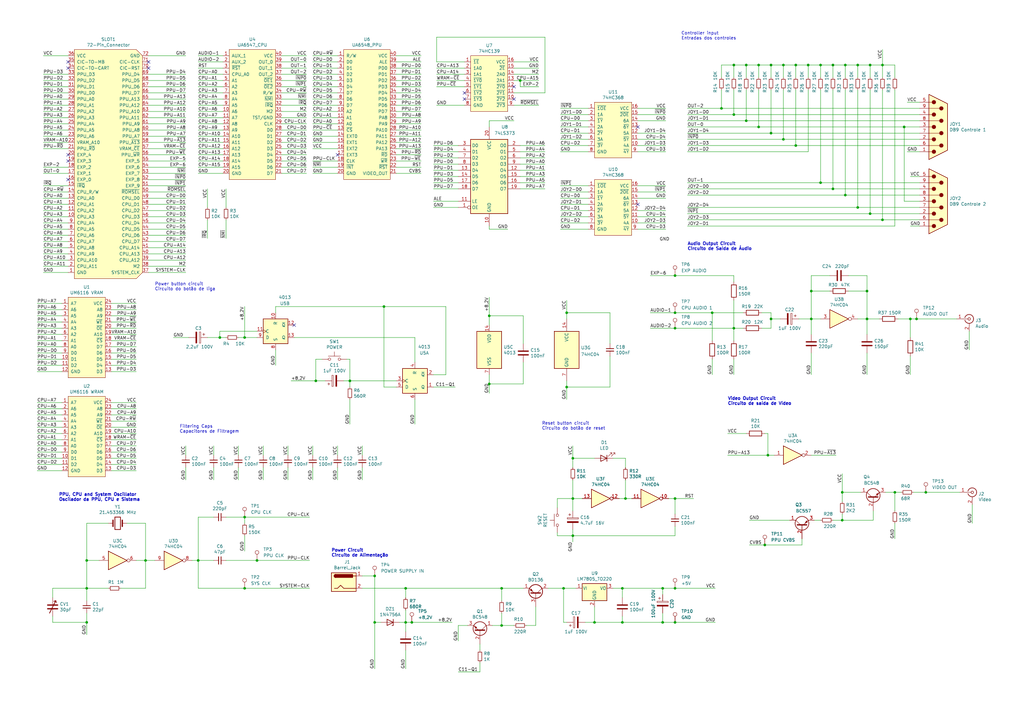
<source format=kicad_sch>
(kicad_sch (version 20211123) (generator eeschema)
  (paper "A3")
  (title_block (title "OpenPhantom - Gradiente Phantom System PH-8 Main Board") (date "2022-11-12") (rev "7") (comment 1 "Twitter: @vagnerlc") (comment 2 "github.com/vlcampos/OpenPhantom") (comment 3 "Project files at/Arquivos do projeto em:") (comment 4 "Rev. 7 - Added R35"))
  (junction (at 351.79 85.09))
  (junction (at 166.37 255.27))
  (junction (at 326.39 59.69))
  (junction (at 200.66 157.48))
  (junction (at 234.95 204.47))
  (junction (at 232.41 128.27))
  (junction (at 331.47 26.67))
  (junction (at 326.39 26.67))
  (junction (at 255.27 241.3))
  (junction (at 361.95 26.67))
  (junction (at 168.91 255.27))
  (junction (at 355.6 130.81))
  (junction (at 346.71 26.67))
  (junction (at 276.86 134.62))
  (junction (at 336.55 26.67))
  (junction (at 306.07 49.53))
  (junction (at 153.67 255.27))
  (junction (at 100.33 138.43))
  (junction (at 90.17 138.43))
  (junction (at 311.15 26.67))
  (junction (at 336.55 74.93))
  (junction (at 243.84 255.27))
  (junction (at 321.31 57.15))
  (junction (at 345.44 213.36))
  (junction (at 300.99 46.99))
  (junction (at 345.44 201.93))
  (junction (at 356.87 87.63))
  (junction (at 153.67 236.22))
  (junction (at 100.33 241.3))
  (junction (at 300.99 26.67))
  (junction (at 100.33 212.09))
  (junction (at 276.86 128.27))
  (junction (at 316.23 26.67))
  (junction (at 332.74 130.81))
  (junction (at 234.95 219.71))
  (junction (at 379.73 201.93))
  (junction (at 276.86 113.03))
  (junction (at 292.1 128.27))
  (junction (at 271.78 255.27))
  (junction (at 373.38 130.81))
  (junction (at 232.41 158.75))
  (junction (at 306.07 26.67))
  (junction (at 276.86 204.47))
  (junction (at 213.36 33.02))
  (junction (at 143.51 156.21))
  (junction (at 205.74 256.54))
  (junction (at 356.87 26.67))
  (junction (at 355.6 119.38))
  (junction (at 316.23 54.61))
  (junction (at 105.41 229.87))
  (junction (at 35.56 241.3))
  (junction (at 166.37 241.3))
  (junction (at 375.92 130.81))
  (junction (at 351.79 26.67))
  (junction (at 129.54 156.21))
  (junction (at 205.74 241.3))
  (junction (at 81.28 229.87))
  (junction (at 59.69 229.87))
  (junction (at 200.66 129.54))
  (junction (at 341.63 26.67))
  (junction (at 234.95 187.96))
  (junction (at 300.99 134.62))
  (junction (at 361.95 90.17))
  (junction (at 231.14 241.3))
  (junction (at 295.91 44.45))
  (junction (at 346.71 80.01))
  (junction (at 256.54 204.47))
  (junction (at 255.27 255.27))
  (junction (at 276.86 255.27))
  (junction (at 311.15 52.07))
  (junction (at 271.78 241.3))
  (junction (at 341.63 77.47))
  (junction (at 367.03 201.93))
  (junction (at 313.69 223.52))
  (junction (at 321.31 26.67))
  (junction (at 332.74 119.38))
  (junction (at 35.56 229.87))
  (junction (at 276.86 241.3))
  (junction (at 316.23 130.81))
  (junction (at 157.48 125.73))
  (junction (at 35.56 255.27))
  (junction (at 314.96 186.69))
  (junction (at 370.84 52.07))
  (no_connect (at 190.5 40.64))
  (no_connect (at 27.94 63.5))
  (no_connect (at 261.62 52.07))
  (no_connect (at 60.96 27.94))
  (no_connect (at 138.43 63.5))
  (no_connect (at 120.65 133.35))
  (no_connect (at 27.94 25.4))
  (no_connect (at 27.94 73.66))
  (no_connect (at 27.94 66.04))
  (no_connect (at 210.82 35.56))
  (no_connect (at 27.94 27.94))
  (no_connect (at 210.82 40.64))
  (no_connect (at 60.96 25.4))
  (no_connect (at 261.62 83.82))
  (no_connect (at 190.5 38.1))
  (wire (pts (xy 21.59 241.3) (xy 35.56 241.3)))
  (wire (pts (xy 25.4 170.18) (xy 15.24 170.18)))
  (wire (pts (xy 219.71 256.54) (xy 219.71 248.92)))
  (wire (pts (xy 60.96 53.34) (xy 76.2 53.34)))
  (wire (pts (xy 91.44 43.18) (xy 81.28 43.18)))
  (wire (pts (xy 356.87 87.63) (xy 281.94 87.63)))
  (wire (pts (xy 162.56 71.12) (xy 172.72 71.12)))
  (wire (pts (xy 187.96 62.23) (xy 177.8 62.23)))
  (wire (pts (xy 138.43 22.86) (xy 128.27 22.86)))
  (wire (pts (xy 91.44 63.5) (xy 81.28 63.5)))
  (wire (pts (xy 314.96 177.8) (xy 314.96 186.69)))
  (wire (pts (xy 55.88 229.87) (xy 59.69 229.87)))
  (wire (pts (xy 377.19 82.55) (xy 370.84 82.55)))
  (wire (pts (xy 190.5 43.18) (xy 179.07 43.18)))
  (wire (pts (xy 166.37 255.27) (xy 166.37 250.19)))
  (wire (pts (xy 228.6 218.44) (xy 228.6 219.71)))
  (wire (pts (xy 292.1 139.7) (xy 292.1 128.27)))
  (wire (pts (xy 300.99 153.67) (xy 300.99 147.32)))
  (wire (pts (xy 234.95 219.71) (xy 234.95 217.17)))
  (wire (pts (xy 271.78 241.3) (xy 255.27 241.3)))
  (wire (pts (xy 166.37 241.3) (xy 205.74 241.3)))
  (wire (pts (xy 200.66 129.54) (xy 200.66 121.92)))
  (wire (pts (xy 261.62 46.99) (xy 273.05 46.99)))
  (wire (pts (xy 196.85 271.78) (xy 196.85 275.59)))
  (wire (pts (xy 138.43 71.12) (xy 128.27 71.12)))
  (wire (pts (xy 316.23 31.75) (xy 316.23 26.67)))
  (wire (pts (xy 25.4 134.62) (xy 15.24 134.62)))
  (wire (pts (xy 346.71 26.67) (xy 351.79 26.67)))
  (wire (pts (xy 60.96 91.44) (xy 76.2 91.44)))
  (wire (pts (xy 360.68 130.81) (xy 355.6 130.81)))
  (wire (pts (xy 300.99 26.67) (xy 306.07 26.67)))
  (wire (pts (xy 311.15 36.83) (xy 311.15 52.07)))
  (wire (pts (xy 326.39 31.75) (xy 326.39 26.67)))
  (wire (pts (xy 313.69 177.8) (xy 314.96 177.8)))
  (wire (pts (xy 115.57 66.04) (xy 125.73 66.04)))
  (wire (pts (xy 27.94 22.86) (xy 17.78 22.86)))
  (wire (pts (xy 241.3 44.45) (xy 229.87 44.45)))
  (wire (pts (xy 261.62 91.44) (xy 273.05 91.44)))
  (wire (pts (xy 60.96 35.56) (xy 76.2 35.56)))
  (wire (pts (xy 45.72 172.72) (xy 55.88 172.72)))
  (wire (pts (xy 45.72 165.1) (xy 55.88 165.1)))
  (wire (pts (xy 355.6 153.67) (xy 355.6 144.78)))
  (wire (pts (xy 316.23 26.67) (xy 321.31 26.67)))
  (wire (pts (xy 125.73 25.4) (xy 115.57 25.4)))
  (wire (pts (xy 210.82 25.4) (xy 220.98 25.4)))
  (wire (pts (xy 107.95 186.69) (xy 107.95 182.88)))
  (wire (pts (xy 213.36 59.69) (xy 223.52 59.69)))
  (wire (pts (xy 316.23 36.83) (xy 316.23 54.61)))
  (wire (pts (xy 115.57 38.1) (xy 125.73 38.1)))
  (wire (pts (xy 138.43 60.96) (xy 128.27 60.96)))
  (wire (pts (xy 190.5 35.56) (xy 179.07 35.56)))
  (wire (pts (xy 91.44 38.1) (xy 81.28 38.1)))
  (wire (pts (xy 373.38 138.43) (xy 373.38 130.81)))
  (wire (pts (xy 60.96 63.5) (xy 76.2 63.5)))
  (wire (pts (xy 115.57 48.26) (xy 125.73 48.26)))
  (wire (pts (xy 27.94 30.48) (xy 17.78 30.48)))
  (wire (pts (xy 35.56 229.87) (xy 35.56 241.3)))
  (wire (pts (xy 295.91 26.67) (xy 300.99 26.67)))
  (wire (pts (xy 138.43 45.72) (xy 128.27 45.72)))
  (wire (pts (xy 27.94 45.72) (xy 17.78 45.72)))
  (wire (pts (xy 232.41 128.27) (xy 232.41 130.81)))
  (wire (pts (xy 220.98 35.56) (xy 213.36 35.56)))
  (wire (pts (xy 100.33 219.71) (xy 100.33 226.06)))
  (wire (pts (xy 44.45 214.63) (xy 35.56 214.63)))
  (wire (pts (xy 91.44 60.96) (xy 81.28 60.96)))
  (wire (pts (xy 271.78 243.84) (xy 271.78 241.3)))
  (wire (pts (xy 347.98 113.03) (xy 355.6 113.03)))
  (wire (pts (xy 45.72 137.16) (xy 55.88 137.16)))
  (wire (pts (xy 377.19 54.61) (xy 316.23 54.61)))
  (wire (pts (xy 59.69 214.63) (xy 59.69 229.87)))
  (wire (pts (xy 336.55 31.75) (xy 336.55 26.67)))
  (wire (pts (xy 241.3 81.28) (xy 229.87 81.28)))
  (wire (pts (xy 306.07 26.67) (xy 311.15 26.67)))
  (wire (pts (xy 25.4 132.08) (xy 15.24 132.08)))
  (wire (pts (xy 138.43 38.1) (xy 128.27 38.1)))
  (wire (pts (xy 138.43 186.69) (xy 138.43 182.88)))
  (wire (pts (xy 261.62 93.98) (xy 273.05 93.98)))
  (wire (pts (xy 91.44 53.34) (xy 81.28 53.34)))
  (wire (pts (xy 148.59 191.77) (xy 148.59 196.85)))
  (wire (pts (xy 27.94 78.74) (xy 17.78 78.74)))
  (wire (pts (xy 115.57 58.42) (xy 125.73 58.42)))
  (wire (pts (xy 138.43 66.04) (xy 128.27 66.04)))
  (wire (pts (xy 27.94 96.52) (xy 17.78 96.52)))
  (wire (pts (xy 91.44 22.86) (xy 81.28 22.86)))
  (wire (pts (xy 210.82 30.48) (xy 220.98 30.48)))
  (wire (pts (xy 170.18 163.83) (xy 170.18 173.99)))
  (wire (pts (xy 27.94 104.14) (xy 17.78 104.14)))
  (wire (pts (xy 228.6 219.71) (xy 234.95 219.71)))
  (wire (pts (xy 261.62 86.36) (xy 273.05 86.36)))
  (wire (pts (xy 196.85 264.16) (xy 196.85 266.7)))
  (wire (pts (xy 125.73 27.94) (xy 115.57 27.94)))
  (wire (pts (xy 300.99 113.03) (xy 276.86 113.03)))
  (wire (pts (xy 351.79 85.09) (xy 281.94 85.09)))
  (wire (pts (xy 241.3 93.98) (xy 229.87 93.98)))
  (wire (pts (xy 182.88 153.67) (xy 182.88 125.73)))
  (wire (pts (xy 238.76 204.47) (xy 234.95 204.47)))
  (wire (pts (xy 129.54 156.21) (xy 129.54 147.32)))
  (wire (pts (xy 81.28 229.87) (xy 78.74 229.87)))
  (wire (pts (xy 358.14 209.55) (xy 358.14 213.36)))
  (wire (pts (xy 292.1 128.27) (xy 304.8 128.27)))
  (wire (pts (xy 113.03 143.51) (xy 113.03 149.86)))
  (wire (pts (xy 367.03 201.93) (xy 369.57 201.93)))
  (wire (pts (xy 138.43 58.42) (xy 128.27 58.42)))
  (wire (pts (xy 91.44 25.4) (xy 81.28 25.4)))
  (wire (pts (xy 234.95 209.55) (xy 234.95 204.47)))
  (wire (pts (xy 336.55 74.93) (xy 377.19 74.93)))
  (wire (pts (xy 163.83 255.27) (xy 166.37 255.27)))
  (wire (pts (xy 162.56 22.86) (xy 172.72 22.86)))
  (wire (pts (xy 25.4 137.16) (xy 15.24 137.16)))
  (wire (pts (xy 332.74 113.03) (xy 332.74 119.38)))
  (wire (pts (xy 356.87 36.83) (xy 356.87 87.63)))
  (wire (pts (xy 231.14 255.27) (xy 231.14 241.3)))
  (wire (pts (xy 345.44 210.82) (xy 345.44 213.36)))
  (wire (pts (xy 182.88 125.73) (xy 157.48 125.73)))
  (wire (pts (xy 25.4 129.54) (xy 15.24 129.54)))
  (wire (pts (xy 336.55 213.36) (xy 334.01 213.36)))
  (wire (pts (xy 300.99 123.19) (xy 300.99 134.62)))
  (wire (pts (xy 60.96 93.98) (xy 76.2 93.98)))
  (wire (pts (xy 320.04 130.81) (xy 316.23 130.81)))
  (wire (pts (xy 87.63 191.77) (xy 87.63 196.85)))
  (wire (pts (xy 232.41 156.21) (xy 232.41 158.75)))
  (wire (pts (xy 60.96 73.66) (xy 76.2 73.66)))
  (wire (pts (xy 100.33 138.43) (xy 100.33 125.73)))
  (wire (pts (xy 148.59 236.22) (xy 153.67 236.22)))
  (wire (pts (xy 355.6 130.81) (xy 355.6 137.16)))
  (wire (pts (xy 241.3 59.69) (xy 229.87 59.69)))
  (wire (pts (xy 25.4 149.86) (xy 15.24 149.86)))
  (wire (pts (xy 76.2 186.69) (xy 76.2 182.88)))
  (wire (pts (xy 373.38 130.81) (xy 375.92 130.81)))
  (wire (pts (xy 281.94 44.45) (xy 295.91 44.45)))
  (wire (pts (xy 143.51 158.75) (xy 143.51 156.21)))
  (wire (pts (xy 25.4 147.32) (xy 15.24 147.32)))
  (wire (pts (xy 45.72 134.62) (xy 55.88 134.62)))
  (wire (pts (xy 91.44 50.8) (xy 81.28 50.8)))
  (wire (pts (xy 255.27 241.3) (xy 255.27 245.11)))
  (wire (pts (xy 120.65 138.43) (xy 170.18 138.43)))
  (wire (pts (xy 196.85 275.59) (xy 187.96 275.59)))
  (wire (pts (xy 76.2 191.77) (xy 76.2 196.85)))
  (wire (pts (xy 187.96 69.85) (xy 177.8 69.85)))
  (wire (pts (xy 35.56 251.46) (xy 35.56 255.27)))
  (wire (pts (xy 256.54 204.47) (xy 254 204.47)))
  (wire (pts (xy 374.65 201.93) (xy 379.73 201.93)))
  (wire (pts (xy 27.94 106.68) (xy 17.78 106.68)))
  (wire (pts (xy 332.74 119.38) (xy 332.74 130.81)))
  (wire (pts (xy 27.94 91.44) (xy 17.78 91.44)))
  (wire (pts (xy 162.56 55.88) (xy 172.72 55.88)))
  (wire (pts (xy 27.94 93.98) (xy 17.78 93.98)))
  (wire (pts (xy 205.74 241.3) (xy 205.74 246.38)))
  (wire (pts (xy 27.94 83.82) (xy 17.78 83.82)))
  (wire (pts (xy 234.95 187.96) (xy 234.95 191.77)))
  (wire (pts (xy 341.63 36.83) (xy 341.63 77.47)))
  (wire (pts (xy 190.5 25.4) (xy 179.07 25.4)))
  (wire (pts (xy 156.21 255.27) (xy 153.67 255.27)))
  (wire (pts (xy 377.19 77.47) (xy 341.63 77.47)))
  (wire (pts (xy 27.94 109.22) (xy 17.78 109.22)))
  (wire (pts (xy 210.82 49.53) (xy 200.66 49.53)))
  (wire (pts (xy 118.11 191.77) (xy 118.11 196.85)))
  (wire (pts (xy 316.23 134.62) (xy 312.42 134.62)))
  (wire (pts (xy 148.59 241.3) (xy 166.37 241.3)))
  (wire (pts (xy 60.96 48.26) (xy 76.2 48.26)))
  (wire (pts (xy 300.99 134.62) (xy 300.99 139.7)))
  (wire (pts (xy 351.79 26.67) (xy 356.87 26.67)))
  (wire (pts (xy 85.09 138.43) (xy 90.17 138.43)))
  (wire (pts (xy 91.44 33.02) (xy 81.28 33.02)))
  (wire (pts (xy 243.84 255.27) (xy 255.27 255.27)))
  (wire (pts (xy 162.56 27.94) (xy 172.72 27.94)))
  (wire (pts (xy 250.19 158.75) (xy 232.41 158.75)))
  (wire (pts (xy 129.54 147.32) (xy 132.08 147.32)))
  (wire (pts (xy 187.96 72.39) (xy 177.8 72.39)))
  (wire (pts (xy 306.07 49.53) (xy 377.19 49.53)))
  (wire (pts (xy 213.36 77.47) (xy 223.52 77.47)))
  (wire (pts (xy 356.87 26.67) (xy 361.95 26.67)))
  (wire (pts (xy 375.92 130.81) (xy 392.43 130.81)))
  (wire (pts (xy 213.36 67.31) (xy 223.52 67.31)))
  (wire (pts (xy 166.37 255.27) (xy 168.91 255.27)))
  (wire (pts (xy 379.73 201.93) (xy 393.7 201.93)))
  (wire (pts (xy 138.43 50.8) (xy 128.27 50.8)))
  (wire (pts (xy 143.51 163.83) (xy 143.51 173.99)))
  (wire (pts (xy 271.78 255.27) (xy 255.27 255.27)))
  (wire (pts (xy 45.72 170.18) (xy 55.88 170.18)))
  (wire (pts (xy 45.72 167.64) (xy 55.88 167.64)))
  (wire (pts (xy 332.74 130.81) (xy 332.74 137.16)))
  (wire (pts (xy 234.95 219.71) (xy 276.86 219.71)))
  (wire (pts (xy 367.03 201.93) (xy 367.03 209.55)))
  (wire (pts (xy 210.82 38.1) (xy 223.52 38.1)))
  (wire (pts (xy 200.66 157.48) (xy 200.66 161.29)))
  (wire (pts (xy 60.96 81.28) (xy 76.2 81.28)))
  (wire (pts (xy 45.72 152.4) (xy 55.88 152.4)))
  (wire (pts (xy 351.79 36.83) (xy 351.79 85.09)))
  (wire (pts (xy 138.43 53.34) (xy 128.27 53.34)))
  (wire (pts (xy 91.44 71.12) (xy 81.28 71.12)))
  (wire (pts (xy 100.33 138.43) (xy 97.79 138.43)))
  (wire (pts (xy 214.63 241.3) (xy 205.74 241.3)))
  (wire (pts (xy 45.72 182.88) (xy 55.88 182.88)))
  (wire (pts (xy 316.23 130.81) (xy 316.23 134.62)))
  (wire (pts (xy 45.72 187.96) (xy 55.88 187.96)))
  (wire (pts (xy 157.48 125.73) (xy 113.03 125.73)))
  (wire (pts (xy 215.9 256.54) (xy 219.71 256.54)))
  (wire (pts (xy 250.19 146.05) (xy 250.19 158.75)))
  (wire (pts (xy 240.03 255.27) (xy 243.84 255.27)))
  (wire (pts (xy 21.59 245.11) (xy 21.59 241.3)))
  (wire (pts (xy 115.57 55.88) (xy 125.73 55.88)))
  (wire (pts (xy 241.3 91.44) (xy 229.87 91.44)))
  (wire (pts (xy 25.4 175.26) (xy 15.24 175.26)))
  (wire (pts (xy 45.72 180.34) (xy 55.88 180.34)))
  (wire (pts (xy 241.3 54.61) (xy 229.87 54.61)))
  (wire (pts (xy 377.19 57.15) (xy 321.31 57.15)))
  (wire (pts (xy 276.86 204.47) (xy 274.32 204.47)))
  (wire (pts (xy 241.3 57.15) (xy 229.87 57.15)))
  (wire (pts (xy 276.86 128.27) (xy 292.1 128.27)))
  (wire (pts (xy 377.19 80.01) (xy 346.71 80.01)))
  (wire (pts (xy 326.39 36.83) (xy 326.39 59.69)))
  (wire (pts (xy 276.86 255.27) (xy 293.37 255.27)))
  (wire (pts (xy 170.18 138.43) (xy 170.18 148.59)))
  (wire (pts (xy 276.86 113.03) (xy 266.7 113.03)))
  (wire (pts (xy 45.72 127) (xy 55.88 127)))
  (wire (pts (xy 306.07 36.83) (xy 306.07 49.53)))
  (wire (pts (xy 312.42 128.27) (xy 316.23 128.27)))
  (wire (pts (xy 115.57 60.96) (xy 125.73 60.96)))
  (wire (pts (xy 336.55 26.67) (xy 341.63 26.67)))
  (wire (pts (xy 27.94 40.64) (xy 17.78 40.64)))
  (wire (pts (xy 162.56 43.18) (xy 172.72 43.18)))
  (wire (pts (xy 241.3 88.9) (xy 229.87 88.9)))
  (wire (pts (xy 200.66 153.67) (xy 200.66 157.48)))
  (wire (pts (xy 341.63 77.47) (xy 281.94 77.47)))
  (wire (pts (xy 259.08 204.47) (xy 256.54 204.47)))
  (wire (pts (xy 187.96 64.77) (xy 177.8 64.77)))
  (wire (pts (xy 60.96 104.14) (xy 76.2 104.14)))
  (wire (pts (xy 153.67 255.27) (xy 153.67 274.32)))
  (wire (pts (xy 115.57 45.72) (xy 125.73 45.72)))
  (wire (pts (xy 140.97 156.21) (xy 143.51 156.21)))
  (wire (pts (xy 25.4 152.4) (xy 15.24 152.4)))
  (wire (pts (xy 81.28 229.87) (xy 81.28 241.3)))
  (wire (pts (xy 60.96 45.72) (xy 76.2 45.72)))
  (wire (pts (xy 60.96 38.1) (xy 76.2 38.1)))
  (wire (pts (xy 261.62 59.69) (xy 273.05 59.69)))
  (wire (pts (xy 328.93 223.52) (xy 313.69 223.52)))
  (wire (pts (xy 100.33 212.09) (xy 92.71 212.09)))
  (wire (pts (xy 234.95 204.47) (xy 228.6 204.47)))
  (wire (pts (xy 323.85 213.36) (xy 307.34 213.36)))
  (wire (pts (xy 77.47 138.43) (xy 71.12 138.43)))
  (wire (pts (xy 115.57 68.58) (xy 125.73 68.58)))
  (wire (pts (xy 35.56 255.27) (xy 35.56 260.35)))
  (wire (pts (xy 261.62 54.61) (xy 273.05 54.61)))
  (wire (pts (xy 358.14 213.36) (xy 345.44 213.36)))
  (wire (pts (xy 213.36 64.77) (xy 223.52 64.77)))
  (wire (pts (xy 25.4 172.72) (xy 15.24 172.72)))
  (wire (pts (xy 45.72 124.46) (xy 55.88 124.46)))
  (wire (pts (xy 27.94 99.06) (xy 17.78 99.06)))
  (wire (pts (xy 59.69 241.3) (xy 59.69 229.87)))
  (wire (pts (xy 373.38 153.67) (xy 373.38 146.05)))
  (wire (pts (xy 355.6 119.38) (xy 355.6 130.81)))
  (wire (pts (xy 367.03 26.67) (xy 367.03 31.75)))
  (wire (pts (xy 52.07 214.63) (xy 59.69 214.63)))
  (wire (pts (xy 25.4 193.04) (xy 15.24 193.04)))
  (wire (pts (xy 336.55 130.81) (xy 332.74 130.81)))
  (wire (pts (xy 162.56 53.34) (xy 172.72 53.34)))
  (wire (pts (xy 341.63 26.67) (xy 346.71 26.67)))
  (wire (pts (xy 60.96 43.18) (xy 76.2 43.18)))
  (wire (pts (xy 162.56 48.26) (xy 172.72 48.26)))
  (wire (pts (xy 336.55 36.83) (xy 336.55 74.93)))
  (wire (pts (xy 17.78 35.56) (xy 27.94 35.56)))
  (wire (pts (xy 162.56 35.56) (xy 172.72 35.56)))
  (wire (pts (xy 187.96 77.47) (xy 177.8 77.47)))
  (wire (pts (xy 162.56 40.64) (xy 172.72 40.64)))
  (wire (pts (xy 372.11 41.91) (xy 377.19 41.91)))
  (wire (pts (xy 138.43 191.77) (xy 138.43 196.85)))
  (wire (pts (xy 373.38 72.39) (xy 377.19 72.39)))
  (wire (pts (xy 153.67 236.22) (xy 153.67 255.27)))
  (wire (pts (xy 353.06 201.93) (xy 345.44 201.93)))
  (wire (pts (xy 45.72 144.78) (xy 55.88 144.78)))
  (wire (pts (xy 187.96 67.31) (xy 177.8 67.31)))
  (wire (pts (xy 40.64 229.87) (xy 35.56 229.87)))
  (wire (pts (xy 228.6 204.47) (xy 228.6 208.28)))
  (wire (pts (xy 205.74 251.46) (xy 205.74 256.54)))
  (wire (pts (xy 90.17 138.43) (xy 92.71 138.43)))
  (wire (pts (xy 313.69 223.52) (xy 307.34 223.52)))
  (wire (pts (xy 25.4 165.1) (xy 15.24 165.1)))
  (wire (pts (xy 87.63 212.09) (xy 81.28 212.09)))
  (wire (pts (xy 138.43 33.02) (xy 128.27 33.02)))
  (wire (pts (xy 377.19 90.17) (xy 361.95 90.17)))
  (wire (pts (xy 100.33 241.3) (xy 127 241.3)))
  (wire (pts (xy 91.44 68.58) (xy 81.28 68.58)))
  (wire (pts (xy 166.37 266.7) (xy 166.37 274.32)))
  (wire (pts (xy 27.94 86.36) (xy 17.78 86.36)))
  (wire (pts (xy 60.96 50.8) (xy 76.2 50.8)))
  (wire (pts (xy 213.36 33.02) (xy 220.98 33.02)))
  (wire (pts (xy 361.95 90.17) (xy 281.94 90.17)))
  (wire (pts (xy 25.4 124.46) (xy 15.24 124.46)))
  (wire (pts (xy 200.66 133.35) (xy 200.66 129.54)))
  (wire (pts (xy 251.46 187.96) (xy 256.54 187.96)))
  (wire (pts (xy 241.3 86.36) (xy 229.87 86.36)))
  (wire (pts (xy 162.56 58.42) (xy 172.72 58.42)))
  (wire (pts (xy 300.99 134.62) (xy 304.8 134.62)))
  (wire (pts (xy 179.07 25.4) (xy 179.07 15.24)))
  (wire (pts (xy 35.56 214.63) (xy 35.56 229.87)))
  (wire (pts (xy 25.4 187.96) (xy 15.24 187.96)))
  (wire (pts (xy 107.95 191.77) (xy 107.95 196.85)))
  (wire (pts (xy 276.86 134.62) (xy 300.99 134.62)))
  (wire (pts (xy 129.54 156.21) (xy 119.38 156.21)))
  (wire (pts (xy 25.4 142.24) (xy 15.24 142.24)))
  (wire (pts (xy 27.94 111.76) (xy 17.78 111.76)))
  (wire (pts (xy 118.11 186.69) (xy 118.11 182.88)))
  (wire (pts (xy 241.3 52.07) (xy 229.87 52.07)))
  (wire (pts (xy 367.03 92.71) (xy 281.94 92.71)))
  (wire (pts (xy 25.4 190.5) (xy 15.24 190.5)))
  (wire (pts (xy 85.09 97.79) (xy 85.09 90.17)))
  (wire (pts (xy 60.96 58.42) (xy 76.2 58.42)))
  (wire (pts (xy 45.72 193.04) (xy 55.88 193.04)))
  (wire (pts (xy 25.4 127) (xy 15.24 127)))
  (wire (pts (xy 261.62 76.2) (xy 273.05 76.2)))
  (wire (pts (xy 250.19 128.27) (xy 232.41 128.27)))
  (wire (pts (xy 162.56 50.8) (xy 172.72 50.8)))
  (wire (pts (xy 241.3 78.74) (xy 229.87 78.74)))
  (wire (pts (xy 49.53 241.3) (xy 59.69 241.3)))
  (wire (pts (xy 271.78 255.27) (xy 276.86 255.27)))
  (wire (pts (xy 91.44 48.26) (xy 81.28 48.26)))
  (wire (pts (xy 361.95 26.67) (xy 367.03 26.67)))
  (wire (pts (xy 190.5 33.02) (xy 179.07 33.02)))
  (wire (pts (xy 138.43 48.26) (xy 128.27 48.26)))
  (wire (pts (xy 187.96 82.55) (xy 177.8 82.55)))
  (wire (pts (xy 60.96 68.58) (xy 76.2 68.58)))
  (wire (pts (xy 300.99 31.75) (xy 300.99 26.67)))
  (wire (pts (xy 342.9 186.69) (xy 332.74 186.69)))
  (wire (pts (xy 21.59 255.27) (xy 35.56 255.27)))
  (wire (pts (xy 231.14 241.3) (xy 236.22 241.3)))
  (wire (pts (xy 223.52 15.24) (xy 223.52 38.1)))
  (wire (pts (xy 81.28 241.3) (xy 100.33 241.3)))
  (wire (pts (xy 241.3 62.23) (xy 229.87 62.23)))
  (wire (pts (xy 138.43 40.64) (xy 128.27 40.64)))
  (wire (pts (xy 340.36 119.38) (xy 332.74 119.38)))
  (wire (pts (xy 340.36 113.03) (xy 332.74 113.03)))
  (wire (pts (xy 346.71 36.83) (xy 346.71 80.01)))
  (wire (pts (xy 138.43 35.56) (xy 128.27 35.56)))
  (wire (pts (xy 210.82 27.94) (xy 220.98 27.94)))
  (wire (pts (xy 162.56 68.58) (xy 172.72 68.58)))
  (wire (pts (xy 60.96 33.02) (xy 76.2 33.02)))
  (wire (pts (xy 87.63 229.87) (xy 81.28 229.87)))
  (wire (pts (xy 25.4 139.7) (xy 15.24 139.7)))
  (wire (pts (xy 60.96 86.36) (xy 76.2 86.36)))
  (wire (pts (xy 60.96 60.96) (xy 76.2 60.96)))
  (wire (pts (xy 166.37 245.11) (xy 166.37 241.3)))
  (wire (pts (xy 331.47 36.83) (xy 331.47 62.23)))
  (wire (pts (xy 105.41 138.43) (xy 100.33 138.43)))
  (wire (pts (xy 162.56 45.72) (xy 172.72 45.72)))
  (wire (pts (xy 300.99 46.99) (xy 281.94 46.99)))
  (wire (pts (xy 261.62 88.9) (xy 273.05 88.9)))
  (wire (pts (xy 27.94 48.26) (xy 17.78 48.26)))
  (wire (pts (xy 298.45 186.69) (xy 314.96 186.69)))
  (wire (pts (xy 232.41 158.75) (xy 232.41 163.83)))
  (wire (pts (xy 331.47 31.75) (xy 331.47 26.67)))
  (wire (pts (xy 341.63 31.75) (xy 341.63 26.67)))
  (wire (pts (xy 115.57 33.02) (xy 125.73 33.02)))
  (wire (pts (xy 115.57 35.56) (xy 125.73 35.56)))
  (wire (pts (xy 25.4 144.78) (xy 15.24 144.78)))
  (wire (pts (xy 25.4 167.64) (xy 15.24 167.64)))
  (wire (pts (xy 345.44 194.31) (xy 345.44 201.93)))
  (wire (pts (xy 187.96 256.54) (xy 187.96 262.89)))
  (wire (pts (xy 276.86 210.82) (xy 276.86 204.47)))
  (wire (pts (xy 281.94 74.93) (xy 336.55 74.93)))
  (wire (pts (xy 361.95 36.83) (xy 361.95 90.17)))
  (wire (pts (xy 276.86 219.71) (xy 276.86 215.9)))
  (wire (pts (xy 45.72 190.5) (xy 55.88 190.5)))
  (wire (pts (xy 17.78 38.1) (xy 27.94 38.1)))
  (wire (pts (xy 91.44 66.04) (xy 81.28 66.04)))
  (wire (pts (xy 91.44 55.88) (xy 81.28 55.88)))
  (wire (pts (xy 295.91 44.45) (xy 377.19 44.45)))
  (wire (pts (xy 125.73 30.48) (xy 115.57 30.48)))
  (wire (pts (xy 377.19 59.69) (xy 326.39 59.69)))
  (wire (pts (xy 261.62 49.53) (xy 273.05 49.53)))
  (wire (pts (xy 214.63 140.97) (xy 214.63 129.54)))
  (wire (pts (xy 162.56 60.96) (xy 172.72 60.96)))
  (wire (pts (xy 27.94 58.42) (xy 17.78 58.42)))
  (wire (pts (xy 162.56 63.5) (xy 172.72 63.5)))
  (wire (pts (xy 321.31 31.75) (xy 321.31 26.67)))
  (wire (pts (xy 115.57 40.64) (xy 125.73 40.64)))
  (wire (pts (xy 200.66 93.98) (xy 200.66 92.71)))
  (wire (pts (xy 27.94 53.34) (xy 17.78 53.34)))
  (wire (pts (xy 90.17 135.89) (xy 90.17 138.43)))
  (wire (pts (xy 256.54 196.85) (xy 256.54 204.47)))
  (wire (pts (xy 332.74 153.67) (xy 332.74 144.78)))
  (wire (pts (xy 347.98 119.38) (xy 355.6 119.38)))
  (wire (pts (xy 213.36 62.23) (xy 223.52 62.23)))
  (wire (pts (xy 179.07 15.24) (xy 223.52 15.24)))
  (wire (pts (xy 300.99 113.03) (xy 300.99 115.57)))
  (wire (pts (xy 261.62 78.74) (xy 273.05 78.74)))
  (wire (pts (xy 276.86 241.3) (xy 271.78 241.3)))
  (wire (pts (xy 45.72 147.32) (xy 55.88 147.32)))
  (wire (pts (xy 331.47 26.67) (xy 336.55 26.67)))
  (wire (pts (xy 60.96 101.6) (xy 76.2 101.6)))
  (wire (pts (xy 187.96 74.93) (xy 177.8 74.93)))
  (wire (pts (xy 59.69 229.87) (xy 63.5 229.87)))
  (wire (pts (xy 85.09 77.47) (xy 85.09 85.09)))
  (wire (pts (xy 370.84 82.55) (xy 370.84 52.07)))
  (wire (pts (xy 133.35 156.21) (xy 129.54 156.21)))
  (wire (pts (xy 100.33 214.63) (xy 100.33 212.09)))
  (wire (pts (xy 311.15 26.67) (xy 316.23 26.67)))
  (wire (pts (xy 331.47 62.23) (xy 281.94 62.23)))
  (wire (pts (xy 91.44 45.72) (xy 81.28 45.72)))
  (wire (pts (xy 27.94 68.58) (xy 17.78 68.58)))
  (wire (pts (xy 27.94 50.8) (xy 17.78 50.8)))
  (wire (pts (xy 255.27 252.73) (xy 255.27 255.27)))
  (wire (pts (xy 346.71 80.01) (xy 281.94 80.01)))
  (wire (pts (xy 25.4 182.88) (xy 15.24 182.88)))
  (wire (pts (xy 266.7 134.62) (xy 276.86 134.62)))
  (wire (pts (xy 191.77 256.54) (xy 187.96 256.54)))
  (wire (pts (xy 345.44 201.93) (xy 345.44 205.74)))
  (wire (pts (xy 251.46 241.3) (xy 255.27 241.3)))
  (wire (pts (xy 60.96 78.74) (xy 76.2 78.74)))
  (wire (pts (xy 115.57 63.5) (xy 125.73 63.5)))
  (wire (pts (xy 326.39 59.69) (xy 281.94 59.69)))
  (wire (pts (xy 45.72 139.7) (xy 55.88 139.7)))
  (wire (pts (xy 234.95 196.85) (xy 234.95 204.47)))
  (wire (pts (xy 27.94 43.18) (xy 17.78 43.18)))
  (wire (pts (xy 200.66 49.53) (xy 200.66 52.07)))
  (wire (pts (xy 234.95 222.25) (xy 234.95 219.71)))
  (wire (pts (xy 92.71 77.47) (xy 92.71 85.09)))
  (wire (pts (xy 351.79 130.81) (xy 355.6 130.81)))
  (wire (pts (xy 60.96 71.12) (xy 76.2 71.12)))
  (wire (pts (xy 143.51 147.32) (xy 142.24 147.32)))
  (wire (pts (xy 210.82 33.02) (xy 213.36 33.02)))
  (wire (pts (xy 27.94 101.6) (xy 17.78 101.6)))
  (wire (pts (xy 162.56 156.21) (xy 143.51 156.21)))
  (wire (pts (xy 346.71 31.75) (xy 346.71 26.67)))
  (wire (pts (xy 281.94 52.07) (xy 311.15 52.07)))
  (wire (pts (xy 190.5 30.48) (xy 179.07 30.48)))
  (wire (pts (xy 81.28 30.48) (xy 91.44 30.48)))
  (wire (pts (xy 295.91 36.83) (xy 295.91 44.45)))
  (wire (pts (xy 97.79 186.69) (xy 97.79 182.88)))
  (wire (pts (xy 367.03 36.83) (xy 367.03 92.71)))
  (wire (pts (xy 241.3 76.2) (xy 229.87 76.2)))
  (wire (pts (xy 243.84 187.96) (xy 234.95 187.96)))
  (wire (pts (xy 27.94 33.02) (xy 17.78 33.02)))
  (wire (pts (xy 60.96 99.06) (xy 76.2 99.06)))
  (wire (pts (xy 45.72 129.54) (xy 55.88 129.54)))
  (wire (pts (xy 45.72 149.86) (xy 55.88 149.86)))
  (wire (pts (xy 128.27 186.69) (xy 128.27 182.88)))
  (wire (pts (xy 138.43 68.58) (xy 128.27 68.58)))
  (wire (pts (xy 210.82 43.18) (xy 220.98 43.18)))
  (wire (pts (xy 45.72 175.26) (xy 55.88 175.26)))
  (wire (pts (xy 241.3 83.82) (xy 229.87 83.82)))
  (wire (pts (xy 81.28 212.09) (xy 81.28 229.87)))
  (wire (pts (xy 45.72 132.08) (xy 55.88 132.08)))
  (wire (pts (xy 105.41 135.89) (xy 90.17 135.89)))
  (wire (pts (xy 208.28 93.98) (xy 200.66 93.98)))
  (wire (pts (xy 316.23 128.27) (xy 316.23 130.81)))
  (wire (pts (xy 44.45 241.3) (xy 35.56 241.3)))
  (wire (pts (xy 25.4 180.34) (xy 15.24 180.34)))
  (wire (pts (xy 162.56 33.02) (xy 172.72 33.02)))
  (wire (pts (xy 397.51 143.51) (xy 397.51 135.89)))
  (wire (pts (xy 115.57 22.86) (xy 125.73 22.86)))
  (wire (pts (xy 177.8 158.75) (xy 186.69 158.75)))
  (wire (pts (xy 321.31 26.67) (xy 326.39 26.67)))
  (wire (pts (xy 60.96 96.52) (xy 76.2 96.52)))
  (wire (pts (xy 316.23 54.61) (xy 281.94 54.61)))
  (wire (pts (xy 190.5 27.94) (xy 179.07 27.94)))
  (wire (pts (xy 168.91 255.27) (xy 185.42 255.27)))
  (wire (pts (xy 205.74 256.54) (xy 210.82 256.54)))
  (wire (pts (xy 250.19 140.97) (xy 250.19 128.27)))
  (wire (pts (xy 372.11 62.23) (xy 377.19 62.23)))
  (wire (pts (xy 97.79 191.77) (xy 97.79 196.85)))
  (wire (pts (xy 311.15 31.75) (xy 311.15 26.67)))
  (wire (pts (xy 214.63 148.59) (xy 214.63 157.48)))
  (wire (pts (xy 60.96 106.68) (xy 76.2 106.68)))
  (wire (pts (xy 91.44 58.42) (xy 81.28 58.42)))
  (wire (pts (xy 91.44 27.94) (xy 81.28 27.94)))
  (wire (pts (xy 148.59 186.69) (xy 148.59 182.88)))
  (wire (pts (xy 300.99 36.83) (xy 300.99 46.99)))
  (wire (pts (xy 243.84 248.92) (xy 243.84 255.27)))
  (wire (pts (xy 92.71 97.79) (xy 92.71 90.17)))
  (wire (pts (xy 60.96 66.04) (xy 76.2 66.04)))
  (wire (pts (xy 326.39 26.67) (xy 331.47 26.67)))
  (wire (pts (xy 138.43 30.48) (xy 128.27 30.48)))
  (wire (pts (xy 27.94 76.2) (xy 17.78 76.2)))
  (wire (pts (xy 361.95 26.67) (xy 361.95 20.32)))
  (wire (pts (xy 60.96 30.48) (xy 76.2 30.48)))
  (wire (pts (xy 45.72 142.24) (xy 55.88 142.24)))
  (wire (pts (xy 105.41 229.87) (xy 127 229.87)))
  (wire (pts (xy 25.4 177.8) (xy 15.24 177.8)))
  (wire (pts (xy 361.95 31.75) (xy 361.95 26.67)))
  (wire (pts (xy 60.96 83.82) (xy 76.2 83.82)))
  (wire (pts (xy 201.93 256.54) (xy 205.74 256.54)))
  (wire (pts (xy 27.94 71.12) (xy 17.78 71.12)))
  (wire (pts (xy 328.93 220.98) (xy 328.93 223.52)))
  (wire (pts (xy 143.51 156.21) (xy 143.51 147.32)))
  (wire (pts (xy 27.94 60.96) (xy 17.78 60.96)))
  (wire (pts (xy 261.62 62.23) (xy 273.05 62.23)))
  (wire (pts (xy 377.19 87.63) (xy 356.87 87.63)))
  (wire (pts (xy 115.57 43.18) (xy 125.73 43.18)))
  (wire (pts (xy 368.3 130.81) (xy 373.38 130.81)))
  (wire (pts (xy 271.78 251.46) (xy 271.78 255.27)))
  (wire (pts (xy 166.37 259.08) (xy 166.37 255.27)))
  (wire (pts (xy 321.31 57.15) (xy 281.94 57.15)))
  (wire (pts (xy 27.94 88.9) (xy 17.78 88.9)))
  (wire (pts (xy 162.56 158.75) (xy 157.48 158.75)))
  (wire (pts (xy 87.63 186.69) (xy 87.63 182.88)))
  (wire (pts (xy 157.48 158.75) (xy 157.48 125.73)))
  (wire (pts (xy 162.56 25.4) (xy 172.72 25.4)))
  (wire (pts (xy 276.86 241.3) (xy 293.37 241.3)))
  (wire (pts (xy 162.56 30.48) (xy 172.72 30.48)))
  (wire (pts (xy 377.19 85.09) (xy 351.79 85.09)))
  (wire (pts (xy 91.44 35.56) (xy 81.28 35.56)))
  (wire (pts (xy 292.1 153.67) (xy 292.1 147.32)))
  (wire (pts (xy 138.43 43.18) (xy 128.27 43.18)))
  (wire (pts (xy 261.62 57.15) (xy 273.05 57.15)))
  (wire (pts (xy 363.22 201.93) (xy 367.03 201.93)))
  (wire (pts (xy 60.96 76.2) (xy 76.2 76.2)))
  (wire (pts (xy 60.96 40.64) (xy 76.2 40.64)))
  (wire (pts (xy 115.57 71.12) (xy 125.73 71.12)))
  (wire (pts (xy 60.96 55.88) (xy 76.2 55.88)))
  (wire (pts (xy 321.31 36.83) (xy 321.31 57.15)))
  (wire (pts (xy 27.94 55.88) (xy 17.78 55.88)))
  (wire (pts (xy 60.96 88.9) (xy 76.2 88.9)))
  (wire (pts (xy 284.48 204.47) (xy 276.86 204.47)))
  (wire (pts (xy 138.43 55.88) (xy 128.27 55.88)))
  (wire (pts (xy 138.43 27.94) (xy 128.27 27.94)))
  (wire (pts (xy 327.66 130.81) (xy 332.74 130.81)))
  (wire (pts (xy 234.95 182.88) (xy 234.95 187.96)))
  (wire (pts (xy 266.7 128.27) (xy 276.86 128.27)))
  (wire (pts (xy 351.79 31.75) (xy 351.79 26.67)))
  (wire (pts (xy 213.36 74.93) (xy 223.52 74.93)))
  (wire (pts (xy 377.19 46.99) (xy 300.99 46.99)))
  (wire (pts (xy 60.96 109.22) (xy 76.2 109.22)))
  (wire (pts (xy 295.91 31.75) (xy 295.91 26.67)))
  (wire (pts (xy 113.03 125.73) (xy 113.03 128.27)))
  (wire (pts (xy 213.36 69.85) (xy 223.52 69.85)))
  (wire (pts (xy 224.79 241.3) (xy 231.14 241.3)))
  (wire (pts (xy 60.96 22.86) (xy 76.2 22.86)))
  (wire (pts (xy 92.71 229.87) (xy 105.41 229.87)))
  (wire (pts (xy 370.84 52.07) (xy 377.19 52.07)))
  (wire (pts (xy 21.59 252.73) (xy 21.59 255.27)))
  (wire (pts (xy 241.3 46.99) (xy 229.87 46.99)))
  (wire (pts (xy 306.07 31.75) (xy 306.07 26.67)))
  (wire (pts (xy 187.96 59.69) (xy 177.8 59.69)))
  (wire (pts (xy 213.36 72.39) (xy 223.52 72.39)))
  (wire (pts (xy 281.94 49.53) (xy 306.07 49.53)))
  (wire (pts (xy 162.56 66.04) (xy 172.72 66.04)))
  (wire (pts (xy 17.78 81.28) (xy 27.94 81.28)))
  (wire (pts (xy 100.33 212.09) (xy 127 212.09)))
  (wire (pts (xy 261.62 44.45) (xy 273.05 44.45)))
  (wire (pts (xy 187.96 85.09) (xy 177.8 85.09)))
  (wire (pts (xy 311.15 52.07) (xy 370.84 52.07)))
  (wire (pts (xy 162.56 38.1) (xy 172.72 38.1)))
  (wire (pts (xy 398.78 214.63) (xy 398.78 207.01)))
  (wire (pts (xy 298.45 177.8) (xy 306.07 177.8)))
  (wire (pts (xy 232.41 255.27) (xy 231.14 255.27)))
  (wire (pts (xy 25.4 185.42) (xy 15.24 185.42)))
  (wire (pts (xy 241.3 49.53) (xy 229.87 49.53)))
  (wire (pts (xy 115.57 50.8) (xy 125.73 50.8)))
  (wire (pts (xy 314.96 186.69) (xy 317.5 186.69)))
  (wire (pts (xy 138.43 25.4) (xy 128.27 25.4)))
  (wire (pts (xy 261.62 81.28) (xy 273.05 81.28)))
  (wire (pts (xy 177.8 153.67) (xy 182.88 153.67)))
  (wire (pts (xy 373.38 92.71) (xy 377.19 92.71)))
  (wire (pts (xy 45.72 177.8) (xy 55.88 177.8)))
  (wire (pts (xy 256.54 187.96) (xy 256.54 191.77)))
  (wire (pts (xy 213.36 35.56) (xy 213.36 33.02)))
  (wire (pts (xy 345.44 213.36) (xy 341.63 213.36)))
  (wire (pts (xy 91.44 40.64) (xy 81.28 40.64)))
  (wire (pts (xy 45.72 185.42) (xy 55.88 185.42)))
  (wire (pts (xy 35.56 241.3) (xy 35.56 246.38)))
  (wire (pts (xy 367.03 214.63) (xy 367.03 220.98)))
  (wire (pts (xy 60.96 111.76) (xy 76.2 111.76)))
  (wire (pts (xy 115.57 53.34) (xy 125.73 53.34)))
  (wire (pts (xy 214.63 157.48) (xy 200.66 157.48)))
  (wire (pts (xy 356.87 31.75) (xy 356.87 26.67)))
  (wire (pts (xy 232.41 123.19) (xy 232.41 128.27)))
  (wire (pts (xy 128.27 191.77) (xy 128.27 196.85)))
  (wire (pts (xy 214.63 129.54) (xy 200.66 129.54)))
  (wire (pts (xy 355.6 113.03) (xy 355.6 119.38)))
  (text "PPU, CPU and System Oscillator\nOscilador da PPU, CPU e Sistema" (at 24.13 205.74 0) (effects (font (size 1.27 1.27) (thickness 0.254) bold) (justify left bottom)))
  (text "Audio Output Circuit\nCircuito de Saída de Áudio" (at 281.94 102.87 0) (effects (font (size 1.27 1.27) (thickness 0.254) bold) (justify left bottom)))
  (text "Controller input\nEntradas dos controles" (at 279.4 16.51 0) (effects (font (size 1.27 1.27)) (justify left bottom)))
  (text "Power button circuit\nCircuito do botão de liga" (at 63.5 119.38 0) (effects (font (size 1.27 1.27)) (justify left bottom)))
  (text "Power Circuit\nCircuito de Alimentação" (at 135.89 228.6 0) (effects (font (size 1.27 1.27) (thickness 0.254) bold) (justify left bottom)))
  (text "Video Output Circuit\nCircuito de saída de Vídeo" (at 298.45 166.37 0) (effects (font (size 1.27 1.27) (thickness 0.254) bold) (justify left bottom)))
  (text "Reset button circuit\nCircuito do botão de reset" (at 222.25 176.53 0) (effects (font (size 1.27 1.27)) (justify left bottom)))
  (text "Filtering Caps\nCapacitores de Filtragem" (at 73.66 177.8 0) (effects (font (size 1.27 1.27)) (justify left bottom)))
  (label "JOY1-D0" (at 281.94 46.99 0))
  (label "PPU-A4" (at 17.78 50.8 0))
  (label "PPU-D3" (at 17.78 30.48 0))
  (label "GND" (at 153.67 274.32 90))
  (label "GND" (at 71.12 138.43 0))
  (label "PPU-CLK" (at 128.27 66.04 0))
  (label "CPU-A0" (at 17.78 81.28 0))
  (label "VCC" (at 125.73 22.86 180))
  (label "GND" (at 208.28 93.98 180))
  (label "VCC" (at 17.78 22.86 0))
  (label "GND" (at 128.27 55.88 0))
  (label "PPU-A8" (at 55.88 127 180))
  (label "PPU-D1" (at 172.72 30.48 180))
  (label "GND" (at 355.6 153.67 90))
  (label "PPU-A10" (at 172.72 53.34 180))
  (label "JOY2-D0" (at 281.94 77.47 0))
  (label "PPU-D2" (at 17.78 33.02 0))
  (label "VCC" (at 232.41 123.19 270))
  (label "CPU-A0" (at 128.27 50.8 0))
  (label "VCC" (at 76.2 182.88 270))
  (label "CPU-D3" (at 76.2 88.9 180))
  (label "PPU-D3" (at 55.88 152.4 180))
  (label "PPU-A3" (at 223.52 72.39 180))
  (label "CPU-D2" (at 128.27 30.48 0))
  (label "CPU-D1" (at 128.27 27.94 0))
  (label "PPU-A13" (at 76.2 40.64 180))
  (label "CPU-D1" (at 76.2 83.82 180))
  (label "PPU-A1" (at 223.52 69.85 180))
  (label "OUT-2" (at 125.73 30.48 180))
  (label "CPU-D2" (at 76.2 86.36 180))
  (label "PPU-A13" (at 298.45 186.69 0))
  (label "GND" (at 118.11 196.85 90))
  (label "SYSTEM-CLK" (at 76.2 111.76 180))
  (label "PPU-~{CE}" (at 128.27 53.34 0))
  (label "EXP-6" (at 76.2 68.58 180))
  (label "GND" (at 107.95 196.85 90))
  (label "JOY1-D4" (at 281.94 54.61 0))
  (label "PPU-A7" (at 15.24 124.46 0))
  (label "GND" (at 200.66 161.29 90))
  (label "PPU-~{RD}" (at 172.72 63.5 180))
  (label "CPU-A0" (at 15.24 182.88 0))
  (label "PPU-A7" (at 76.2 55.88 180))
  (label "CPU-A11" (at 17.78 109.22 0))
  (label "GND" (at 273.05 81.28 180))
  (label "+8,2V" (at 185.42 255.27 180))
  (label "VCC" (at 345.44 194.31 270))
  (label "PPU-A8" (at 172.72 48.26 180))
  (label "CPU-D1" (at 125.73 55.88 180))
  (label "PPU-A1" (at 17.78 43.18 0))
  (label "GND" (at 234.95 222.25 270))
  (label "CPU-D4" (at 55.88 190.5 180))
  (label "CPU-A2" (at 15.24 177.8 0))
  (label "GND" (at 292.1 153.67 90))
  (label "GND" (at 97.79 196.85 90))
  (label "CPU-A4" (at 17.78 91.44 0))
  (label "GND" (at 17.78 111.76 0))
  (label "CPU-D3" (at 273.05 62.23 180))
  (label "VCC" (at 128.27 182.88 270))
  (label "VCC" (at 128.27 60.96 0))
  (label "~{INP1}" (at 125.73 35.56 180))
  (label "JOY2-D1" (at 281.94 92.71 0))
  (label "CPU-D0" (at 229.87 49.53 0))
  (label "CPU-A6" (at 81.28 45.72 0))
  (label "CPU-D6" (at 128.27 40.64 0))
  (label "PPU-~{WE}" (at 55.88 132.08 180))
  (label "CPU-A14" (at 81.28 66.04 0))
  (label "VRAM-A10" (at 55.88 137.16 180))
  (label "CPU-D7" (at 55.88 182.88 180))
  (label "CPU-A9" (at 17.78 104.14 0))
  (label "CPU-D2" (at 125.73 58.42 180))
  (label "VRAM-A10" (at 17.78 58.42 0))
  (label "GND" (at 332.74 153.67 90))
  (label "CPU-D6" (at 125.73 68.58 180))
  (label "GND" (at 300.99 153.67 90))
  (label "CPU-A3" (at 15.24 175.26 0))
  (label "PPU-A3" (at 15.24 134.62 0))
  (label "PPU-A0" (at 15.24 142.24 0))
  (label "CPU-R~{W}" (at 55.88 172.72 180))
  (label "CPU-D1" (at 229.87 54.61 0))
  (label "AUDIO-2" (at 81.28 25.4 0))
  (label "CPU-A3" (at 17.78 88.9 0))
  (label "EXP-5" (at 76.2 66.04 180))
  (label "CPU-D5" (at 125.73 66.04 180))
  (label "GND" (at 179.07 43.18 0))
  (label "GND" (at 373.38 92.71 0))
  (label "GND" (at 220.98 27.94 180))
  (label "PPU-D1" (at 177.8 69.85 0))
  (label "JOY1-D2" (at 229.87 57.15 0))
  (label "GND" (at 373.38 153.67 90))
  (label "AUDIO-2" (at 266.7 134.62 0))
  (label "CPU-D0" (at 76.2 81.28 180))
  (label "CPU-D0" (at 15.24 185.42 0))
  (label "CPU-D4" (at 76.2 91.44 180))
  (label "+8,2V" (at 200.66 121.92 270))
  (label "GND" (at 81.28 71.12 0))
  (label "CPU-D1" (at 15.24 187.96 0))
  (label "VCC" (at 220.98 25.4 180))
  (label "JOY1-D4" (at 273.05 54.61 180))
  (label "PPU-~{RD}" (at 17.78 60.96 0))
  (label "VCC" (at 172.72 22.86 180))
  (label "CPU-D3" (at 128.27 33.02 0))
  (label "PPU-D5" (at 177.8 74.93 0))
  (label "PPU-D6" (at 172.72 43.18 180))
  (label "GND" (at 293.37 255.27 180))
  (label "VCC" (at 273.05 44.45 180))
  (label "PPU-A3" (at 17.78 48.26 0))
  (label "PPU-D5" (at 55.88 147.32 180))
  (label "+8,2V" (at 119.38 156.21 0))
  (label "PPU-~{CE}" (at 179.07 35.56 0))
  (label "CVBS" (at 172.72 71.12 180))
  (label "CPU-A15" (at 220.98 33.02 180))
  (label "CPU-D1" (at 229.87 86.36 0))
  (label "AUDIO-1" (at 81.28 22.86 0))
  (label "VCC" (at 97.79 182.88 270))
  (label "PPU-A5" (at 17.78 53.34 0))
  (label "CPU-D4" (at 273.05 88.9 180))
  (label "GND" (at 166.37 274.32 90))
  (label "OUT-1" (at 125.73 27.94 180))
  (label "CPU-A9" (at 81.28 53.34 0))
  (label "CPU-A10" (at 17.78 106.68 0))
  (label "CPU-A2" (at 17.78 86.36 0))
  (label "GND" (at 367.03 220.98 90))
  (label "CPU-A12" (at 76.2 106.68 180))
  (label "JOY2-D3" (at 281.94 90.17 0))
  (label "GND" (at 232.41 163.83 90))
  (label "VCC" (at 148.59 182.88 270))
  (label "GND" (at 187.96 262.89 90))
  (label "CPU-A6" (at 15.24 167.64 0))
  (label "GND" (at 148.59 196.85 90))
  (label "CPU-A7" (at 15.24 165.1 0))
  (label "CPU-R~{W}" (at 128.27 22.86 0))
  (label "CPU-A1" (at 128.27 48.26 0))
  (label "C11-Q1" (at 186.69 158.75 180))
  (label "PPU-CLK" (at 127 229.87 180))
  (label "PPU-A7" (at 223.52 77.47 180))
  (label "C11-Q1" (at 187.96 275.59 0))
  (label "CPU-D4" (at 125.73 63.5 180))
  (label "PPU-D1" (at 17.78 35.56 0))
  (label "RST" (at 81.28 27.94 0))
  (label "VCC" (at 298.45 177.8 0))
  (label "GND" (at 125.73 48.26 180))
  (label "GND" (at 372.11 62.23 0))
  (label "~{INP0}" (at 229.87 44.45 0))
  (label "~{INP1}" (at 281.94 87.63 0))
  (label "CPU-A4" (at 81.28 40.64 0))
  (label "GND" (at 55.88 175.26 180))
  (label "VCC" (at 55.88 165.1 180))
  (label "GND" (at 113.03 149.86 90))
  (label "CPU-A1" (at 15.24 180.34 0))
  (label "CPU-A13" (at 179.07 27.94 0))
  (label "CPU-A8" (at 81.28 50.8 0))
  (label "PPU-A4" (at 15.24 132.08 0))
  (label "VCC" (at 87.63 182.88 270))
  (label "GND" (at 397.51 143.51 90))
  (label "GND" (at 76.2 22.86 180))
  (label "~{INP0}" (at 125.73 33.02 180))
  (label "RST" (at 172.72 68.58 180))
  (label "OUT-0" (at 281.94 52.07 0))
  (label "JOY2-D4" (at 273.05 86.36 180))
  (label "GND" (at 270.51 99.06 0))
  (label "WRAM-~{CE}" (at 179.07 33.02 0))
  (label "CPU-D0" (at 125.73 53.34 180))
  (label "CPU-D3" (at 55.88 193.04 180))
  (label "PPU-D2" (at 15.24 149.86 0))
  (label "GND" (at 100.33 226.06 90))
  (label "VCC" (at 107.95 182.88 270))
  (label "PPU-~{WE}" (at 76.2 63.5 180))
  (label "CPU-A0" (at 81.28 30.48 0))
  (label "GND" (at 87.63 196.85 90))
  (label "PPU-D7" (at 55.88 142.24 180))
  (label "~{IRQ}" (at 17.78 76.2 0))
  (label "WRAM-~{CE}" (at 55.88 180.34 180))
  (label "PPU-D5" (at 76.2 33.02 180))
  (label "~{INP0}" (at 281.94 57.15 0))
  (label "CPU-A9" (at 55.88 170.18 180))
  (label "PPU-D3" (at 172.72 35.56 180))
  (label "VCC" (at 92.71 77.47 270))
  (label "VCC" (at 210.82 49.53 180))
  (label "GND" (at 128.27 58.42 0))
  (label "GND" (at 170.18 173.99 90))
  (label "PPU-A9" (at 55.88 129.54 180))
  (label "CPU-D5" (at 55.88 187.96 180))
  (label "PPU-A9" (at 76.2 50.8 180))
  (label "RST" (at 284.48 204.47 180))
  (label "PPU-~{WE}" (at 172.72 66.04 180))
  (label "~{INP1}" (at 76.2 76.2 180))
  (label "CPU-A13" (at 76.2 104.14 180))
  (label "JOY1-D2" (at 281.94 62.23 0))
  (label "OUT-1" (at 281.94 74.93 0))
  (label "JOY2-D0" (at 229.87 78.74 0))
  (label "EXP-6" (at 266.7 113.03 0))
  (label "~{NMI}" (at 125.73 40.64 180))
  (label "PPU-~{A13}" (at 342.9 186.69 180))
  (label "CPU-CLK" (at 127 212.09 180))
  (label "PPU-D6" (at 76.2 35.56 180))
  (label "CPU-D5" (at 128.27 38.1 0))
  (label "CPU-A13" (at 81.28 63.5 0))
  (label "PPU-A6" (at 15.24 127 0))
  (label "JOY1-D3" (at 273.05 59.69 180))
  (label "CPU-D0" (at 229.87 81.28 0))
  (label "VCC" (at 273.05 76.2 180))
  (label "ALE" (at 177.8 82.55 0))
  (label "PPU-D1" (at 15.24 147.32 0))
  (label "PPU-D3" (at 177.8 72.39 0))
  (label "CPU-A14" (at 76.2 101.6 180))
  (label "PPU-A2" (at 17.78 45.72 0))
  (label "GND" (at 128.27 196.85 90))
  (label "CPU-A5" (at 15.24 170.18 0))
  (label "CPU-A2" (at 128.27 45.72 0))
  (label "PPU-~{RD}" (at 55.88 134.62 180))
  (label "PPU-A8" (at 76.2 53.34 180))
  (label "CPU-A8" (at 17.78 101.6 0))
  (label "PPU-A5" (at 15.24 129.54 0))
  (label "M2" (at 220.98 30.48 180))
  (label "PPU-A0" (at 223.52 67.31 180))
  (label "CPU-A2" (at 81.28 35.56 0))
  (label "CPU-A11" (at 81.28 58.42 0))
  (label "~{ROMSEL}" (at 220.98 43.18 180))
  (label "OUT-0" (at 125.73 25.4 180))
  (label "CPU-R~{W}" (at 17.78 78.74 0))
  (label "PPU-D0" (at 15.24 144.78 0))
  (label "VCC" (at 55.88 124.46 180))
  (label "CPU-A8" (at 55.88 167.64 180))
  (label "CPU-A5" (at 81.28 43.18 0))
  (label "CPU-A7" (at 81.28 48.26 0))
  (label "~{INP0}" (at 76.2 73.66 180))
  (label "M2" (at 125.73 45.72 180))
  (label "JOY2-D1" (at 229.87 83.82 0))
  (label "~{NMI}" (at 92.71 97.79 90))
  (label "PPU-D7" (at 177.8 77.47 0))
  (label "VRAM-~{CE}" (at 55.88 139.7 180))
  (label "VCC" (at 372.11 41.91 0))
  (label "CPU-D3" (at 273.05 93.98 180))
  (label "PPU-A11" (at 172.72 55.88 180))
  (label "~{INP1}" (at 229.87 76.2 0))
  (label "VCC" (at 361.95 20.32 270))
  (label "VCC" (at 293.37 241.3 180))
  (label "CPU-CLK" (at 125.73 50.8 180))
  (label "VCC" (at 234.95 182.88 270))
  (label "~{ROMSEL}" (at 76.2 78.74 180))
  (label "JOY1-D3" (at 281.94 59.69 0))
  (label "EXP-2" (at 17.78 68.58 0))
  (label "VCC" (at 118.11 182.88 270))
  (label "VCC" (at 85.09 77.47 270))
  (label "GND" (at 138.43 196.85 90))
  (label "CPU-D2" (at 15.24 190.5 0))
  (label "CPU-D5" (at 76.2 93.98 180))
  (label "CPU-D4" (at 273.05 57.15 180))
  (label "EXP-2" (at 220.98 35.56 180))
  (label "CPU-D2" (at 229.87 59.69 0))
  (label "CPU-A4" (at 15.24 172.72 0))
  (label "CPU-A1" (at 17.78 83.82 0))
  (label "PPU-A12" (at 172.72 58.42 180))
  (label "CVBS" (at 307.34 223.52 0))
  (label "GND" (at 229.87 93.98 0))
  (label "GND" (at 273.05 49.53 180))
  (label "JOY1-D1" (at 229.87 52.07 0))
  (label "CPU-D7" (at 128.27 43.18 0))
  (label "PPU-D2" (at 177.8 64.77 0))
  (label "GND" (at 128.27 71.12 0))
  (label "PPU-A11" (at 76.2 48.26 180))
  (label "GND" (at 15.24 152.4 0))
  (label "PPU-A2" (at 15.24 137.16 0))
  (label "PPU-A6" (at 223.52 59.69 180))
  (label "PPU-D7" (at 172.72 45.72 180))
  (label "PPU-D4" (at 76.2 30.48 180))
  (label "PPU-A9" (at 172.72 50.8 180))
  (label "PPU-A6" (at 17.78 55.88 0))
  (label "~{NMI}" (at 76.2 71.12 180))
  (label "PPU-A10" (at 76.2 45.72 180))
  (label "CPU-A3" (at 81.28 38.1 0))
  (label "JOY1-D0" (at 229.87 46.99 0))
  (label "~{INP0}" (at 273.05 46.99 180))
  (label "CPU-A7" (at 17.78 99.06 0))
  (label "CPU-A15" (at 81.28 68.58 0))
  (label "VCC" (at 138.43 182.88 270))
  (label "AUDIO-1" (at 266.7 128.27 0))
  (label "CPU-A12" (at 81.28 60.96 0))
  (label "GND" (at 229.87 62.23 0))
  (label "PPU-A12" (at 76.2 43.18 180))
  (label "CPU-R~{W}" (at 125.73 38.1 180))
  (label "CPU-A5" (at 17.78 93.98 0))
  (label "PPU-D0" (at 177.8 67.31 0))
  (label "CPU-D4" (at 128.27 35.56 0))
  (label "PPU-A2" (at 223.52 64.77 180))
  (label "OUT-2" (at 281.94 44.45 0))
  (label "JOY2-D4" (at 281.94 85.09 0))
  (label "OUT-0" (at 17.78 71.12 0))
  (label "~{NMI}" (at 128.27 68.58 0))
  (label "GND" (at 35.56 260.35 90))
  (label "~{IRQ}" (at 85.09 97.79 90))
  (label "PPU-D6" (at 55.88 144.78 180))
  (label "VCC" (at 373.38 72.39 0))
  (label "GND" (at 398.78 214.63 90))
  (label "GND" (at 15.24 193.04 0))
  (label "GND" (at 307.34 213.36 0))
  (label "JOY2-D2" (at 229.87 88.9 0))
  (label "GND" (at 76.2 196.85 90))
  (label "PPU-D7" (at 76.2 38.1 180))
  (label "PPU-D0" (at 172.72 27.94 180))
  (label "PPU-D4" (at 177.8 62.23 0))
  (label "PPU-D0" (at 17.78 38.1 0))
  (label "PPU-A5" (at 223.52 74.93 180))
  (label "VRAM-~{CE}" (at 76.2 60.96 180))
  (label "CPU-D6" (at 55.88 185.42 180))
  (label "+8,2V" (at 100.33 125.73 270))
  (label "CPU-D0" (at 128.27 25.4 0))
  (label "PPU-D5" (at 172.72 40.64 180))
  (label "CPU-A14" (at 179.07 30.48 0))
  (label "CPU-A1" (at 81.28 33.02 0))
  (label "CPU-A10" (at 81.28 55.88 0))
  (label "CPU-D2" (at 229.87 91.44 0))
  (label "PPU-D4" (at 172.72 38.1 180))
  (label "PPU-A4" (at 223.52 62.23 180))
  (label "PPU-D2" (at 172.72 33.02 180))
  (label "GND" (at 177.8 85.09 0))
  (label "CPU-D3" (at 125.73 60.96 180))
  (label "CPU-D7" (at 76.2 99.06 180))
  (label "PPU-~{A13}" (at 76.2 58.42 180))
  (label "PPU-A1" (at 15.24 139.7 0))
  (label "PPU-A13" (at 172.72 60.96 180))
  (label "CPU-A10" (at 55.88 177.8 180))
  (label "CPU-D6" (at 76.2 96.52 180))
  (label "PPU-D6" (at 177.8 59.69 0))
  (label "GND" (at 143.51 173.99 90))
  (label "CPU-A6" (at 17.78 96.52 0))
  (label "PPU-A0" (at 17.78 40.64 0))
  (label "JOY2-D2" (at 281.94 80.01 0))
  (label "ALE" (at 172.72 25.4 180))
  (label "~{IRQ}" (at 125.73 43.18 180))
  (label "SYSTEM-CLK" (at 127 241.3 180))
  (label "JOY1-D1" (at 281.94 49.53 0))
  (label "~{INP1}" (at 273.05 78.74 180))
  (label "CPU-D7" (at 125.73 71.12 180))
  (label "PPU-D4" (at 55.88 149.86 180))
  (label "M2" (at 76.2 109.22 180))
  (label "JOY2-D3" (at 273.05 91.44 180))
  (symbol (lib_id "VagNES:UA6547_CPU") (at 104.14 46.99 0) (unit 1)
    (property "Reference" "U4" (at 103.505 16.129 0))
    (property "Value" "UA6547_CPU" (at 103.505 18.4404 0))
    (property "Footprint" "Package_DIP:DIP-40_W15.24mm" (effects hide))
    (property "Datasheet" "https://assets.nexperia.com/documents/data-sheet/74HC_HCT04.pdf" (effects hide))
  )
  (symbol (lib_id "VagNES:UA6548_PPU") (at 151.13 46.99 0) (unit 1)
    (property "Reference" "U6" (at 150.495 16.129 0))
    (property "Value" "UA6548_PPU" (at 150.495 18.4404 0))
    (property "Footprint" "Package_DIP:DIP-40_W15.24mm" (effects hide))
    (property "Datasheet" "https://assets.nexperia.com/documents/data-sheet/74HC_HCT04.pdf" (effects hide))
  )
  (symbol (lib_id "VagNES:2KB_SRAM") (at 35.56 179.07 0) (unit 1)
    (property "Reference" "U2" (at 35.56 158.369 0))
    (property "Value" "UM6116 WRAM" (at 35.56 160.6804 0))
    (property "Footprint" "Package_DIP:DIP-24_W15.24mm" (effects hide))
    (property "Datasheet" "https://assets.nexperia.com/documents/data-sheet/74HC_HCT04.pdf" (effects hide))
  )
  (symbol (lib_id "VagNES:2KB_SRAM") (at 35.56 138.43 0) (unit 1)
    (property "Reference" "U1" (at 35.56 117.729 0))
    (property "Value" "UM6116 VRAM" (at 35.56 120.0404 0))
    (property "Footprint" "Package_DIP:DIP-24_W15.24mm" (effects hide))
    (property "Datasheet" "https://assets.nexperia.com/documents/data-sheet/74HC_HCT04.pdf" (effects hide))
  )
  (symbol (lib_id "VagNES:74HC368") (at 251.46 85.09 0) (unit 1)
    (property "Reference" "U10" (at 251.46 69.469 0))
    (property "Value" "74HC368" (at 251.46 71.7804 0))
    (property "Footprint" "Package_DIP:DIP-16_W7.62mm" (effects hide))
    (property "Datasheet" "https://assets.nexperia.com/documents/data-sheet/74HC_HCT04.pdf" (effects hide))
  )
  (symbol (lib_id "VagNES:74HC368") (at 251.46 53.34 0) (unit 1)
    (property "Reference" "U11" (at 251.46 37.719 0))
    (property "Value" "74HC368" (at 251.46 40.0304 0))
    (property "Footprint" "Package_DIP:DIP-16_W7.62mm" (effects hide))
    (property "Datasheet" "https://assets.nexperia.com/documents/data-sheet/74HC_HCT04.pdf" (effects hide))
  )
  (symbol (lib_id "74xx:74HC04") (at 344.17 130.81 0) (unit 2)
    (property "Reference" "U3" (at 344.17 122.7582 0))
    (property "Value" "74HC04" (at 344.17 125.0696 0))
    (property "Footprint" "Package_DIP:DIP-14_W7.62mm" (effects hide))
    (property "Datasheet" "https://assets.nexperia.com/documents/data-sheet/74HC_HCT04.pdf" (effects hide))
  )
  (symbol (lib_id "Transistor_BJT:BC557") (at 328.93 215.9 90) (unit 1)
    (property "Reference" "Q3" (at 328.93 207.01 90) (effects (justify left)))
    (property "Value" "BC557" (at 332.74 209.55 90) (effects (justify left)))
    (property "Footprint" "Package_TO_SOT_THT:TO-92_HandSolder" (effects hide))
    (property "Datasheet" "http://www.fairchildsemi.com/ds/BC/BC557.pdf" (effects hide))
  )
  (symbol (lib_id "Transistor_BJT:BC548") (at 358.14 204.47 90) (unit 1)
    (property "Reference" "Q4" (at 356.87 195.58 90) (effects (justify left)))
    (property "Value" "BC548" (at 360.68 198.12 90) (effects (justify left)))
    (property "Footprint" "Package_TO_SOT_THT:TO-92_HandSolder" (effects hide))
    (property "Datasheet" "http://www.fairchildsemi.com/ds/BC/BC547.pdf" (effects hide))
  )
  (symbol (lib_id "VagNES:74HC139") (at 200.66 34.29 0) (unit 1)
    (property "Reference" "U7" (at 200.66 18.669 0))
    (property "Value" "74HC139" (at 200.66 20.9804 0))
    (property "Footprint" "Package_DIP:DIP-16_W7.62mm" (effects hide))
  )
  (symbol (lib_id "VagNES:72-Pin_Connector") (at 44.45 68.58 0) (unit 1)
    (property "Reference" "SLOT1" (at 44.45 16.129 0))
    (property "Value" "72-Pin_Connector" (at 44.45 18.4404 0))
    (property "Footprint" "Conectores Vagner:Conector_NES_72pinos" (effects hide))
  )
  (symbol (lib_id "Device:R_Small") (at 339.09 213.36 90) (unit 1)
    (property "Reference" "R28" (at 341.63 210.82 90) (effects (justify left)))
    (property "Value" "220R" (at 342.9 215.9 90) (effects (justify left)))
    (property "Footprint" "Resistor_THT:R_Axial_DIN0207_L6.3mm_D2.5mm_P10.16mm_Horizontal" (effects hide))
  )
  (symbol (lib_id "Device:R_Small") (at 92.71 87.63 0) (unit 1)
    (property "Reference" "R3" (at 94.2086 86.4616 0) (effects (justify left)))
    (property "Value" "10K" (at 94.2086 88.773 0) (effects (justify left)))
    (property "Footprint" "Resistor_THT:R_Axial_DIN0207_L6.3mm_D2.5mm_P10.16mm_Horizontal" (effects hide))
  )
  (symbol (lib_id "Device:R_Small") (at 85.09 87.63 0) (unit 1)
    (property "Reference" "R2" (at 86.5886 86.4616 0) (effects (justify left)))
    (property "Value" "10K" (at 86.5886 88.773 0) (effects (justify left)))
    (property "Footprint" "Resistor_THT:R_Axial_DIN0207_L6.3mm_D2.5mm_P10.16mm_Horizontal" (effects hide))
  )
  (symbol (lib_id "Device:R_Small") (at 372.11 201.93 90) (unit 1)
    (property "Reference" "R40" (at 373.38 199.39 90) (effects (justify left)))
    (property "Value" "68R" (at 373.38 204.47 90) (effects (justify left)))
    (property "Footprint" "Resistor_THT:R_Axial_DIN0207_L6.3mm_D2.5mm_P10.16mm_Horizontal" (effects hide))
  )
  (symbol (lib_id "Device:R_Small") (at 345.44 208.28 0) (unit 1)
    (property "Reference" "R31" (at 346.9386 207.1116 0) (effects (justify left)))
    (property "Value" "2K2" (at 346.9386 209.423 0) (effects (justify left)))
    (property "Footprint" "Resistor_THT:R_Axial_DIN0207_L6.3mm_D2.5mm_P10.16mm_Horizontal" (effects hide))
  )
  (symbol (lib_id "74xx:74HC04") (at 325.12 186.69 0) (unit 1)
    (property "Reference" "U3" (at 325.12 178.6382 0))
    (property "Value" "74HC04" (at 325.12 180.9496 0))
    (property "Footprint" "Package_DIP:DIP-14_W7.62mm" (effects hide))
    (property "Datasheet" "https://assets.nexperia.com/documents/data-sheet/74HC_HCT04.pdf" (effects hide))
  )
  (symbol (lib_id "Device:R") (at 309.88 177.8 270) (unit 1)
    (property "Reference" "R21" (at 309.88 172.5422 90))
    (property "Value" "10K" (at 309.88 174.8536 90))
    (property "Footprint" "Resistor_THT:R_Axial_DIN0207_L6.3mm_D2.5mm_P10.16mm_Horizontal" (effects hide))
  )
  (symbol (lib_id "Device:CP") (at 271.78 247.65 0) (unit 1)
    (property "Reference" "C20" (at 275.59 247.65 90))
    (property "Value" "100uF 100V" (at 267.97 247.65 90))
    (property "Footprint" "Capacitor_THT:CP_Radial_D5.0mm_P2.50mm" (effects hide))
  )
  (symbol (lib_id "Connector:Conn_Coaxial") (at 398.78 201.93 0) (unit 1)
    (property "Reference" "J2" (at 401.32 202.565 0) (effects (justify left)))
    (property "Value" "Video" (at 401.32 204.8764 0) (effects (justify left)))
    (property "Footprint" "Conectores Vagner:rca_yellow" (effects hide))
    (property "Datasheet" " ~" (effects hide))
  )
  (symbol (lib_id "Device:R") (at 308.61 128.27 270) (unit 1)
    (property "Reference" "R19" (at 306.07 125.73 90))
    (property "Value" "22K" (at 311.15 125.73 90))
    (property "Footprint" "Resistor_THT:R_Axial_DIN0207_L6.3mm_D2.5mm_P10.16mm_Horizontal" (effects hide))
  )
  (symbol (lib_id "Device:R") (at 308.61 134.62 270) (unit 1)
    (property "Reference" "R20" (at 306.07 132.08 90))
    (property "Value" "12K" (at 311.15 132.08 90))
    (property "Footprint" "Resistor_THT:R_Axial_DIN0207_L6.3mm_D2.5mm_P10.16mm_Horizontal" (effects hide))
  )
  (symbol (lib_id "Device:R") (at 292.1 143.51 0) (unit 1)
    (property "Reference" "R13" (at 293.878 142.3416 0) (effects (justify left)))
    (property "Value" "100R" (at 293.878 144.653 0) (effects (justify left)))
    (property "Footprint" "Resistor_THT:R_Axial_DIN0207_L6.3mm_D2.5mm_P10.16mm_Horizontal" (effects hide))
  )
  (symbol (lib_id "Device:R") (at 300.99 143.51 0) (unit 1)
    (property "Reference" "R17" (at 302.768 142.3416 0) (effects (justify left)))
    (property "Value" "100R" (at 302.768 144.653 0) (effects (justify left)))
    (property "Footprint" "Resistor_THT:R_Axial_DIN0207_L6.3mm_D2.5mm_P10.16mm_Horizontal" (effects hide))
  )
  (symbol (lib_id "74xx:74LS373") (at 200.66 72.39 0) (unit 1)
    (property "Reference" "U8" (at 207.01 52.07 0))
    (property "Value" "74LS373" (at 207.01 54.61 0))
    (property "Footprint" "Package_DIP:DIP-20_W7.62mm" (effects hide))
    (property "Datasheet" "http://www.ti.com/lit/gpn/sn74LS373" (effects hide))
  )
  (symbol (lib_id "Device:CP") (at 323.85 130.81 270) (unit 1)
    (property "Reference" "C22" (at 323.85 127 90))
    (property "Value" "1uF 100V" (at 323.85 134.62 90))
    (property "Footprint" "Capacitor_THT:CP_Radial_D5.0mm_P2.50mm" (effects hide))
  )
  (symbol (lib_id "Device:C") (at 332.74 140.97 0) (unit 1)
    (property "Reference" "C23" (at 335.661 139.8016 0) (effects (justify left)))
    (property "Value" "220pF" (at 335.661 142.113 0) (effects (justify left)))
    (property "Footprint" "Capacitor_THT:C_Disc_D4.7mm_W2.5mm_P5.00mm" (effects hide))
  )
  (symbol (lib_id "Device:R") (at 364.49 130.81 270) (unit 1)
    (property "Reference" "R37" (at 361.95 128.27 90))
    (property "Value" "150R" (at 367.03 128.27 90))
    (property "Footprint" "Resistor_THT:R_Axial_DIN0207_L6.3mm_D2.5mm_P10.16mm_Horizontal" (effects hide))
  )
  (symbol (lib_id "Device:R") (at 373.38 142.24 0) (unit 1)
    (property "Reference" "R41" (at 375.158 141.0716 0) (effects (justify left)))
    (property "Value" "10K" (at 375.158 143.383 0) (effects (justify left)))
    (property "Footprint" "Resistor_THT:R_Axial_DIN0207_L6.3mm_D2.5mm_P10.16mm_Horizontal" (effects hide))
  )
  (symbol (lib_id "Connector:Conn_Coaxial") (at 397.51 130.81 0) (unit 1)
    (property "Reference" "J3" (at 400.05 131.445 0) (effects (justify left)))
    (property "Value" "Audio" (at 400.05 133.7564 0) (effects (justify left)))
    (property "Footprint" "Conectores Vagner:rca_white" (effects hide))
    (property "Datasheet" " ~" (effects hide))
  )
  (symbol (lib_id "Device:R") (at 344.17 119.38 270) (unit 1)
    (property "Reference" "R30" (at 341.63 116.84 90))
    (property "Value" "47K" (at 346.71 116.84 90))
    (property "Footprint" "Resistor_THT:R_Axial_DIN0207_L6.3mm_D2.5mm_P10.16mm_Horizontal" (effects hide))
  )
  (symbol (lib_id "Device:C") (at 344.17 113.03 270) (unit 1)
    (property "Reference" "C24" (at 339.09 109.22 90))
    (property "Value" "220pF" (at 345.44 109.22 90))
    (property "Footprint" "Capacitor_THT:C_Disc_D4.7mm_W2.5mm_P5.00mm" (effects hide))
  )
  (symbol (lib_id "74xx:74HC04") (at 246.38 204.47 0) (unit 6)
    (property "Reference" "U3" (at 246.38 196.4182 0))
    (property "Value" "74HC04" (at 246.38 198.7296 0))
    (property "Footprint" "Package_DIP:DIP-14_W7.62mm" (effects hide))
    (property "Datasheet" "https://assets.nexperia.com/documents/data-sheet/74HC_HCT04.pdf" (effects hide))
  )
  (symbol (lib_id "74xx:74HC04") (at 266.7 204.47 0) (unit 5)
    (property "Reference" "U3" (at 266.7 196.4182 0))
    (property "Value" "74HC04" (at 266.7 198.7296 0))
    (property "Footprint" "Package_DIP:DIP-14_W7.62mm" (effects hide))
    (property "Datasheet" "https://assets.nexperia.com/documents/data-sheet/74HC_HCT04.pdf" (effects hide))
  )
  (symbol (lib_id "Device:R_Small") (at 234.95 194.31 0) (unit 1)
    (property "Reference" "R11" (at 236.4486 193.1416 0) (effects (justify left)))
    (property "Value" "10K" (at 236.4486 195.453 0) (effects (justify left)))
    (property "Footprint" "Resistor_THT:R_Axial_DIN0207_L6.3mm_D2.5mm_P10.16mm_Horizontal" (effects hide))
  )
  (symbol (lib_id "Device:R_Small") (at 256.54 194.31 0) (unit 1)
    (property "Reference" "R12" (at 258.0386 193.1416 0) (effects (justify left)))
    (property "Value" "330R" (at 258.0386 195.453 0) (effects (justify left)))
    (property "Footprint" "Resistor_THT:R_Axial_DIN0207_L6.3mm_D2.5mm_P10.16mm_Horizontal" (effects hide))
  )
  (symbol (lib_id "Switch:SW_Push") (at 228.6 213.36 90) (unit 1)
    (property "Reference" "SW2" (at 221.361 213.36 0))
    (property "Value" "RESET" (at 223.6724 213.36 0))
    (property "Footprint" "Button_Switch_THT:SW_PUSH_6mm" (effects hide))
  )
  (symbol (lib_id "Device:LED") (at 247.65 187.96 180) (unit 1)
    (property "Reference" "D1" (at 247.8278 181.483 0))
    (property "Value" "LED" (at 247.8278 183.7944 0))
    (property "Footprint" "LED_THT:LED_D5.0mm" (effects hide))
  )
  (symbol (lib_id "Device:C_Small") (at 276.86 213.36 0) (unit 1)
    (property "Reference" "C21" (at 279.1968 212.1916 0) (effects (justify left)))
    (property "Value" "100nF" (at 279.1968 214.503 0) (effects (justify left)))
    (property "Footprint" "Capacitor_THT:C_Disc_D4.7mm_W2.5mm_P5.00mm" (effects hide))
  )
  (symbol (lib_id "Device:CP") (at 234.95 213.36 0) (unit 1)
    (property "Reference" "C16" (at 237.9472 212.1916 0) (effects (justify left)))
    (property "Value" "4.7uF 16V" (at 237.9472 214.503 0) (effects (justify left)))
    (property "Footprint" "Capacitor_THT:CP_Radial_D5.0mm_P2.50mm" (effects hide))
  )
  (symbol (lib_id "Connector:DB9_Male") (at 384.81 82.55 0) (unit 1)
    (property "Reference" "JOY2" (at 389.382 81.3816 0) (effects (justify left)))
    (property "Value" "DB9 Controle 2" (at 389.382 83.693 0) (effects (justify left)))
    (property "Footprint" "Connector_Dsub:DSUB-9_Male_Horizontal_P2.77x2.84mm_EdgePinOffset7.70mm_Housed_MountingHolesOffset9.12mm" (effects hide))
    (property "Datasheet" " ~" (effects hide))
  )
  (symbol (lib_id "Device:R_Small") (at 326.39 34.29 0) (unit 1)
    (property "Reference" "R25" (at 323.85 38.1 90) (effects (justify left)))
    (property "Value" "10K" (at 323.85 33.02 90) (effects (justify left)))
    (property "Footprint" "Resistor_THT:R_Axial_DIN0207_L6.3mm_D2.5mm_P10.16mm_Horizontal" (effects hide))
  )
  (symbol (lib_id "Device:R_Small") (at 331.47 34.29 0) (unit 1)
    (property "Reference" "R26" (at 328.93 38.1 90) (effects (justify left)))
    (property "Value" "10K" (at 328.93 33.02 90) (effects (justify left)))
    (property "Footprint" "Resistor_THT:R_Axial_DIN0207_L6.3mm_D2.5mm_P10.16mm_Horizontal" (effects hide))
  )
  (symbol (lib_id "Device:R_Small") (at 336.55 34.29 0) (unit 1)
    (property "Reference" "R27" (at 334.01 38.1 90) (effects (justify left)))
    (property "Value" "10K" (at 334.01 33.02 90) (effects (justify left)))
    (property "Footprint" "Resistor_THT:R_Axial_DIN0207_L6.3mm_D2.5mm_P10.16mm_Horizontal" (effects hide))
  )
  (symbol (lib_id "Device:R_Small") (at 341.63 34.29 0) (unit 1)
    (property "Reference" "R29" (at 339.09 38.1 90) (effects (justify left)))
    (property "Value" "10K" (at 339.09 33.02 90) (effects (justify left)))
    (property "Footprint" "Resistor_THT:R_Axial_DIN0207_L6.3mm_D2.5mm_P10.16mm_Horizontal" (effects hide))
  )
  (symbol (lib_id "Device:R_Small") (at 321.31 34.29 0) (unit 1)
    (property "Reference" "R24" (at 318.77 38.1 90) (effects (justify left)))
    (property "Value" "10K" (at 318.77 33.02 90) (effects (justify left)))
    (property "Footprint" "Resistor_THT:R_Axial_DIN0207_L6.3mm_D2.5mm_P10.16mm_Horizontal" (effects hide))
  )
  (symbol (lib_id "Device:R_Small") (at 295.91 34.29 0) (unit 1)
    (property "Reference" "R14" (at 293.37 38.1 90) (effects (justify left)))
    (property "Value" "10K" (at 293.37 33.02 90) (effects (justify left)))
    (property "Footprint" "Resistor_THT:R_Axial_DIN0207_L6.3mm_D2.5mm_P10.16mm_Horizontal" (effects hide))
  )
  (symbol (lib_id "Device:R_Small") (at 300.99 34.29 0) (unit 1)
    (property "Reference" "R15" (at 298.45 38.1 90) (effects (justify left)))
    (property "Value" "10K" (at 298.45 33.02 90) (effects (justify left)))
    (property "Footprint" "Resistor_THT:R_Axial_DIN0207_L6.3mm_D2.5mm_P10.16mm_Horizontal" (effects hide))
  )
  (symbol (lib_id "Device:R_Small") (at 306.07 34.29 0) (unit 1)
    (property "Reference" "R18" (at 303.53 38.1 90) (effects (justify left)))
    (property "Value" "10K" (at 303.53 33.02 90) (effects (justify left)))
    (property "Footprint" "Resistor_THT:R_Axial_DIN0207_L6.3mm_D2.5mm_P10.16mm_Horizontal" (effects hide))
  )
  (symbol (lib_id "Device:R_Small") (at 311.15 34.29 0) (unit 1)
    (property "Reference" "R22" (at 308.61 38.1 90) (effects (justify left)))
    (property "Value" "10K" (at 308.61 33.02 90) (effects (justify left)))
    (property "Footprint" "Resistor_THT:R_Axial_DIN0207_L6.3mm_D2.5mm_P10.16mm_Horizontal" (effects hide))
  )
  (symbol (lib_id "Device:R_Small") (at 316.23 34.29 0) (unit 1)
    (property "Reference" "R23" (at 313.69 38.1 90) (effects (justify left)))
    (property "Value" "10K" (at 313.69 33.02 90) (effects (justify left)))
    (property "Footprint" "Resistor_THT:R_Axial_DIN0207_L6.3mm_D2.5mm_P10.16mm_Horizontal" (effects hide))
  )
  (symbol (lib_id "Device:R_Small") (at 361.95 34.29 0) (unit 1)
    (property "Reference" "R36" (at 359.41 38.1 90) (effects (justify left)))
    (property "Value" "10K" (at 359.41 33.02 90) (effects (justify left)))
    (property "Footprint" "Resistor_THT:R_Axial_DIN0207_L6.3mm_D2.5mm_P10.16mm_Horizontal" (effects hide))
  )
  (symbol (lib_id "Device:R_Small") (at 356.87 34.29 0) (unit 1)
    (property "Reference" "R34" (at 354.33 38.1 90) (effects (justify left)))
    (property "Value" "10K" (at 354.33 33.02 90) (effects (justify left)))
    (property "Footprint" "Resistor_THT:R_Axial_DIN0207_L6.3mm_D2.5mm_P10.16mm_Horizontal" (effects hide))
  )
  (symbol (lib_id "Connector:DB9_Male") (at 384.81 52.07 0) (unit 1)
    (property "Reference" "JOY1" (at 389.382 50.9016 0) (effects (justify left)))
    (property "Value" "DB9 Controle 1" (at 389.382 53.213 0) (effects (justify left)))
    (property "Footprint" "Connector_Dsub:DSUB-9_Male_Horizontal_P2.77x2.84mm_EdgePinOffset7.70mm_Housed_MountingHolesOffset9.12mm" (effects hide))
    (property "Datasheet" " ~" (effects hide))
  )
  (symbol (lib_id "Device:R_Small") (at 367.03 34.29 0) (unit 1)
    (property "Reference" "R39" (at 364.49 38.1 90) (effects (justify left)))
    (property "Value" "10K" (at 364.49 33.02 90) (effects (justify left)))
    (property "Footprint" "Resistor_THT:R_Axial_DIN0207_L6.3mm_D2.5mm_P10.16mm_Horizontal" (effects hide))
  )
  (symbol (lib_id "Device:R_Small") (at 346.71 34.29 0) (unit 1)
    (property "Reference" "R32" (at 344.17 38.1 90) (effects (justify left)))
    (property "Value" "10K" (at 344.17 33.02 90) (effects (justify left)))
    (property "Footprint" "Resistor_THT:R_Axial_DIN0207_L6.3mm_D2.5mm_P10.16mm_Horizontal" (effects hide))
  )
  (symbol (lib_id "Device:R_Small") (at 351.79 34.29 0) (unit 1)
    (property "Reference" "R33" (at 349.25 38.1 90) (effects (justify left)))
    (property "Value" "10K" (at 349.25 33.02 90) (effects (justify left)))
    (property "Footprint" "Resistor_THT:R_Axial_DIN0207_L6.3mm_D2.5mm_P10.16mm_Horizontal" (effects hide))
  )
  (symbol (lib_id "Device:C_Small") (at 76.2 189.23 0) (unit 1)
    (property "Reference" "C2" (at 78.5368 188.0616 0) (effects (justify left)))
    (property "Value" "100nF" (at 78.5368 190.373 0) (effects (justify left)))
    (property "Footprint" "Capacitor_THT:C_Disc_D4.7mm_W2.5mm_P5.00mm" (effects hide))
  )
  (symbol (lib_id "Device:C_Small") (at 87.63 189.23 0) (unit 1)
    (property "Reference" "C4" (at 89.9668 188.0616 0) (effects (justify left)))
    (property "Value" "100nF" (at 89.9668 190.373 0) (effects (justify left)))
    (property "Footprint" "Capacitor_THT:C_Disc_D4.7mm_W2.5mm_P5.00mm" (effects hide))
  )
  (symbol (lib_id "Device:C_Small") (at 97.79 189.23 0) (unit 1)
    (property "Reference" "C7" (at 100.1268 188.0616 0) (effects (justify left)))
    (property "Value" "100nF" (at 100.1268 190.373 0) (effects (justify left)))
    (property "Footprint" "Capacitor_THT:C_Disc_D4.7mm_W2.5mm_P5.00mm" (effects hide))
  )
  (symbol (lib_id "Device:C_Small") (at 107.95 189.23 0) (unit 1)
    (property "Reference" "C8" (at 110.2868 188.0616 0) (effects (justify left)))
    (property "Value" "100nF" (at 110.2868 190.373 0) (effects (justify left)))
    (property "Footprint" "Capacitor_THT:C_Disc_D4.7mm_W2.5mm_P5.00mm" (effects hide))
  )
  (symbol (lib_id "Device:C_Small") (at 118.11 189.23 0) (unit 1)
    (property "Reference" "C9" (at 120.4468 188.0616 0) (effects (justify left)))
    (property "Value" "100nF" (at 120.4468 190.373 0) (effects (justify left)))
    (property "Footprint" "Capacitor_THT:C_Disc_D4.7mm_W2.5mm_P5.00mm" (effects hide))
  )
  (symbol (lib_id "Device:C_Small") (at 128.27 189.23 0) (unit 1)
    (property "Reference" "C10" (at 130.6068 188.0616 0) (effects (justify left)))
    (property "Value" "100nF" (at 130.6068 190.373 0) (effects (justify left)))
    (property "Footprint" "Capacitor_THT:C_Disc_D4.7mm_W2.5mm_P5.00mm" (effects hide))
  )
  (symbol (lib_id "Device:C_Small") (at 138.43 189.23 0) (unit 1)
    (property "Reference" "C12" (at 140.7668 188.0616 0) (effects (justify left)))
    (property "Value" "100nF" (at 140.7668 190.373 0) (effects (justify left)))
    (property "Footprint" "Capacitor_THT:C_Disc_D4.7mm_W2.5mm_P5.00mm" (effects hide))
  )
  (symbol (lib_id "Device:C_Small") (at 148.59 189.23 0) (unit 1)
    (property "Reference" "C13" (at 150.9268 188.0616 0) (effects (justify left)))
    (property "Value" "100nF" (at 150.9268 190.373 0) (effects (justify left)))
    (property "Footprint" "Capacitor_THT:C_Disc_D4.7mm_W2.5mm_P5.00mm" (effects hide))
  )
  (symbol (lib_id "Device:C_Small") (at 250.19 143.51 0) (unit 1)
    (property "Reference" "C18" (at 252.5268 142.3416 0) (effects (justify left)))
    (property "Value" "100nF" (at 252.5268 144.653 0) (effects (justify left)))
    (property "Footprint" "Capacitor_THT:C_Disc_D4.7mm_W2.5mm_P5.00mm" (effects hide))
  )
  (symbol (lib_id "4xxx:4013") (at 170.18 156.21 0) (mirror x) (unit 1)
    (property "Reference" "U5" (at 173.99 144.78 0))
    (property "Value" "4013" (at 173.99 142.24 0))
    (property "Footprint" "Package_DIP:DIP-14_W7.62mm" (effects hide))
    (property "Datasheet" "http://www.onsemi.com/pub/Collateral/MC14013B-D.PDF" (effects hide))
  )
  (symbol (lib_id "4xxx:4013") (at 200.66 143.51 0) (unit 3)
    (property "Reference" "U5" (at 206.502 142.3416 0) (effects (justify left)))
    (property "Value" "4013" (at 206.502 144.653 0) (effects (justify left)))
    (property "Footprint" "Package_DIP:DIP-14_W7.62mm" (effects hide))
    (property "Datasheet" "http://www.onsemi.com/pub/Collateral/MC14013B-D.PDF" (effects hide))
  )
  (symbol (lib_id "Device:Crystal") (at 48.26 214.63 0) (unit 1)
    (property "Reference" "Y1" (at 48.26 207.8228 0))
    (property "Value" "21.453366 MHz" (at 48.26 210.1342 0))
    (property "Footprint" "Crystal:Crystal_HC18-U_Vertical" (effects hide))
  )
  (symbol (lib_id "74xx:74HC04") (at 48.26 229.87 0) (unit 3)
    (property "Reference" "U3" (at 48.26 221.8182 0))
    (property "Value" "74HC04" (at 48.26 224.1296 0))
    (property "Footprint" "Package_DIP:DIP-14_W7.62mm" (effects hide))
    (property "Datasheet" "https://assets.nexperia.com/documents/data-sheet/74HC_HCT04.pdf" (effects hide))
  )
  (symbol (lib_id "Device:C_Small") (at 35.56 248.92 0) (unit 1)
    (property "Reference" "C1" (at 37.8968 247.7516 0) (effects (justify left)))
    (property "Value" "22pF" (at 37.8968 250.063 0) (effects (justify left)))
    (property "Footprint" "Capacitor_THT:C_Disc_D4.7mm_W2.5mm_P5.00mm" (effects hide))
  )
  (symbol (lib_id "Device:R_Small") (at 46.99 241.3 90) (unit 1)
    (property "Reference" "R1" (at 46.99 238.76 90) (effects (justify left)))
    (property "Value" "1M" (at 50.8 238.76 90) (effects (justify left)))
    (property "Footprint" "Resistor_THT:R_Axial_DIN0207_L6.3mm_D2.5mm_P10.16mm_Horizontal" (effects hide))
  )
  (symbol (lib_id "Device:C_Variable") (at 21.59 248.92 0) (unit 1)
    (property "Reference" "CV1" (at 24.511 247.7516 0) (effects (justify left)))
    (property "Value" "30pF" (at 24.511 250.063 0) (effects (justify left)))
    (property "Footprint" "NESRE:TrimmerCap-THT" (effects hide))
  )
  (symbol (lib_id "Device:C_Small") (at 90.17 229.87 270) (unit 1)
    (property "Reference" "C6" (at 90.17 224.0534 90))
    (property "Value" "47pF" (at 90.17 226.3648 90))
    (property "Footprint" "Capacitor_THT:C_Disc_D4.7mm_W2.5mm_P5.00mm" (effects hide))
  )
  (symbol (lib_id "Device:C_Small") (at 90.17 212.09 270) (unit 1)
    (property "Reference" "C5" (at 90.17 206.2734 90))
    (property "Value" "220pF" (at 90.17 208.5848 90))
    (property "Footprint" "Capacitor_THT:C_Disc_D4.7mm_W2.5mm_P5.00mm" (effects hide))
  )
  (symbol (lib_id "Device:R_Small") (at 100.33 217.17 0) (unit 1)
    (property "Reference" "R5" (at 101.8286 216.0016 0) (effects (justify left)))
    (property "Value" "150K" (at 101.8286 218.313 0) (effects (justify left)))
    (property "Footprint" "Resistor_THT:R_Axial_DIN0207_L6.3mm_D2.5mm_P10.16mm_Horizontal" (effects hide))
  )
  (symbol (lib_id "74xx:74HC04") (at 71.12 229.87 0) (unit 4)
    (property "Reference" "U3" (at 71.12 221.8182 0))
    (property "Value" "74HC04" (at 71.12 224.1296 0))
    (property "Footprint" "Package_DIP:DIP-14_W7.62mm" (effects hide))
    (property "Datasheet" "https://assets.nexperia.com/documents/data-sheet/74HC_HCT04.pdf" (effects hide))
  )
  (symbol (lib_id "Device:R_Small") (at 196.85 269.24 0) (unit 1)
    (property "Reference" "R8" (at 198.3486 268.0716 0) (effects (justify left)))
    (property "Value" "1K" (at 198.3486 270.383 0) (effects (justify left)))
    (property "Footprint" "Resistor_THT:R_Axial_DIN0207_L6.3mm_D2.5mm_P10.16mm_Horizontal" (effects hide))
  )
  (symbol (lib_id "Device:R_Small") (at 143.51 161.29 0) (unit 1)
    (property "Reference" "R6" (at 145.0086 160.1216 0) (effects (justify left)))
    (property "Value" "560R" (at 145.0086 162.433 0) (effects (justify left)))
    (property "Footprint" "Resistor_THT:R_Axial_DIN0207_L6.3mm_D2.5mm_P10.16mm_Horizontal" (effects hide))
  )
  (symbol (lib_id "Device:C") (at 214.63 144.78 0) (unit 1)
    (property "Reference" "C15" (at 217.551 143.6116 0) (effects (justify left)))
    (property "Value" "100nF" (at 217.551 145.923 0) (effects (justify left)))
    (property "Footprint" "Capacitor_THT:C_Disc_D4.7mm_W2.5mm_P5.00mm" (effects hide))
  )
  (symbol (lib_id "Device:CP") (at 81.28 138.43 270) (unit 1)
    (property "Reference" "C3" (at 80.01 134.62 90) (effects (justify left)))
    (property "Value" "2,2uF 100V" (at 76.2 142.24 90) (effects (justify left)))
    (property "Footprint" "Capacitor_THT:CP_Radial_D5.0mm_P2.50mm" (effects hide))
  )
  (symbol (lib_id "4xxx:4013") (at 113.03 135.89 0) (mirror x) (unit 2)
    (property "Reference" "U5" (at 116.84 124.46 0))
    (property "Value" "4013" (at 116.84 121.92 0))
    (property "Footprint" "Package_DIP:DIP-14_W7.62mm" (effects hide))
    (property "Datasheet" "http://www.onsemi.com/pub/Collateral/MC14013B-D.PDF" (effects hide))
  )
  (symbol (lib_id "Device:R_Small") (at 205.74 248.92 0) (unit 1)
    (property "Reference" "R9" (at 207.2386 247.7516 0) (effects (justify left)))
    (property "Value" "10K" (at 207.2386 250.063 0) (effects (justify left)))
    (property "Footprint" "Resistor_THT:R_Axial_DIN0207_L6.3mm_D2.5mm_P10.16mm_Horizontal" (effects hide))
  )
  (symbol (lib_id "Device:C") (at 255.27 248.92 0) (unit 1)
    (property "Reference" "C19" (at 258.191 247.7516 0) (effects (justify left)))
    (property "Value" "100nF" (at 258.191 250.063 0) (effects (justify left)))
    (property "Footprint" "Capacitor_THT:C_Disc_D4.7mm_W2.5mm_P5.00mm" (effects hide))
  )
  (symbol (lib_id "Regulator_Linear:LM7805_TO220") (at 243.84 241.3 0) (unit 1)
    (property "Reference" "U9" (at 243.84 235.1532 0))
    (property "Value" "LM7805_TO220" (at 243.84 237.4646 0))
    (property "Footprint" "Package_TO_SOT_THT:TO-220-3_Vertical" (effects hide))
    (property "Datasheet" "https://www.onsemi.cn/PowerSolutions/document/MC7800-D.PDF" (effects hide))
  )
  (symbol (lib_id "Device:R_Small") (at 213.36 256.54 90) (unit 1)
    (property "Reference" "R10" (at 214.63 254 90) (effects (justify left)))
    (property "Value" "220R" (at 215.9 259.08 90) (effects (justify left)))
    (property "Footprint" "Resistor_THT:R_Axial_DIN0204_L3.6mm_D1.6mm_P7.62mm_Horizontal" (effects hide))
  )
  (symbol (lib_id "Device:C") (at 166.37 262.89 0) (unit 1)
    (property "Reference" "C14" (at 169.291 261.7216 0) (effects (justify left)))
    (property "Value" "100nF" (at 169.291 264.033 0) (effects (justify left)))
    (property "Footprint" "Capacitor_THT:C_Disc_D4.7mm_W2.5mm_P5.00mm" (effects hide))
  )
  (symbol (lib_id "Device:R_Small") (at 166.37 247.65 0) (unit 1)
    (property "Reference" "R7" (at 167.8686 246.4816 0) (effects (justify left)))
    (property "Value" "680R" (at 167.8686 248.793 0) (effects (justify left)))
    (property "Footprint" "Resistor_THT:R_Axial_DIN0207_L6.3mm_D2.5mm_P10.16mm_Horizontal" (effects hide))
  )
  (symbol (lib_id "Connector:Barrel_Jack") (at 140.97 238.76 0) (unit 1)
    (property "Reference" "J1" (at 142.4178 230.505 0))
    (property "Value" "Barrel_Jack" (at 142.4178 232.8164 0))
    (property "Footprint" "Connector_BarrelJack:BarrelJack_Horizontal" (effects hide))
  )
  (symbol (lib_id "Diode:1N47xxA") (at 160.02 255.27 180) (unit 1)
    (property "Reference" "DZ1" (at 160.02 249.7582 0))
    (property "Value" "1N4756A" (at 160.02 252.0696 0))
    (property "Footprint" "Diode_THT:D_DO-41_SOD81_P10.16mm_Horizontal" (effects hide))
    (property "Datasheet" "https://www.vishay.com/docs/85816/1n4728a.pdf" (effects hide))
  )
  (symbol (lib_id "Switch:SW_Push") (at 137.16 147.32 0) (unit 1)
    (property "Reference" "SW1" (at 137.16 140.081 0))
    (property "Value" "POWER" (at 137.16 142.3924 0))
    (property "Footprint" "Button_Switch_THT:SW_PUSH_6mm" (effects hide))
  )
  (symbol (lib_id "Device:CP") (at 137.16 156.21 90) (unit 1)
    (property "Reference" "C11" (at 137.16 149.733 90))
    (property "Value" "1uF 100V" (at 137.16 152.0444 90))
    (property "Footprint" "Capacitor_THT:CP_Radial_D5.0mm_P2.50mm" (effects hide))
  )
  (symbol (lib_id "Device:R_Small") (at 95.25 138.43 270) (unit 1)
    (property "Reference" "R4" (at 91.44 140.97 90) (effects (justify left)))
    (property "Value" "10K" (at 96.52 140.97 90) (effects (justify left)))
    (property "Footprint" "Resistor_THT:R_Axial_DIN0207_L6.3mm_D2.5mm_P10.16mm_Horizontal" (effects hide))
  )
  (symbol (lib_id "Transistor_BJT:BC548") (at 196.85 259.08 270) (mirror x) (unit 1)
    (property "Reference" "Q1" (at 196.85 250.7488 90))
    (property "Value" "BC548" (at 196.85 253.0602 90))
    (property "Footprint" "Package_TO_SOT_THT:TO-92_HandSolder" (effects hide))
    (property "Datasheet" "https://www.onsemi.com/pub/Collateral/BC550-D.pdf" (effects hide))
  )
  (symbol (lib_id "Transistor_BJT:BD136") (at 219.71 243.84 270) (mirror x) (unit 1)
    (property "Reference" "Q2" (at 219.71 235.4834 90))
    (property "Value" "BD136" (at 219.71 237.7948 90))
    (property "Footprint" "Package_TO_SOT_THT:TO-126-3_Vertical" (effects hide))
    (property "Datasheet" "http://www.st.com/internet/com/TECHNICAL_RESOURCES/TECHNICAL_LITERATURE/DATASHEET/CD00001225.pdf" (effects hide))
  )
  (symbol (lib_id "Device:CP") (at 236.22 255.27 90) (unit 1)
    (property "Reference" "C17" (at 236.22 251.46 90))
    (property "Value" "1uF 100V" (at 236.22 259.08 90))
    (property "Footprint" "Capacitor_THT:CP_Radial_D5.0mm_P2.50mm" (effects hide))
  )
  (symbol (lib_id "Connector:TestPoint") (at 168.91 255.27 0) (unit 1)
    (property "Reference" "TP5" (at 171.45 250.6979 0) (effects (justify left)))
    (property "Value" "+8,2V" (at 171.45 253.2379 0) (effects (justify left)))
    (property "Footprint" "TestPoint:TestPoint_Pad_1.0x1.0mm" (effects hide))
  )
  (symbol (lib_id "Connector:TestPoint") (at 276.86 128.27 0) (unit 1)
    (property "Reference" "TP7" (at 279.4 123.6979 0) (effects (justify left)))
    (property "Value" "CPU AUDIO 1" (at 279.4 126.2379 0) (effects (justify left)))
    (property "Footprint" "TestPoint:TestPoint_Pad_1.0x1.0mm" (effects hide))
  )
  (symbol (lib_id "Connector:TestPoint") (at 100.33 212.09 0) (unit 1)
    (property "Reference" "TP1" (at 102.87 207.5179 0) (effects (justify left)))
    (property "Value" "CPU CLK" (at 102.87 210.0579 0) (effects (justify left)))
    (property "Footprint" "TestPoint:TestPoint_Pad_1.0x1.0mm" (effects hide))
  )
  (symbol (lib_id "Connector:TestPoint") (at 100.33 241.3 0) (unit 1)
    (property "Reference" "TP2" (at 102.87 236.7279 0) (effects (justify left)))
    (property "Value" "SYS CLK" (at 102.87 239.2679 0) (effects (justify left)))
    (property "Footprint" "TestPoint:TestPoint_Pad_1.0x1.0mm" (effects hide))
  )
  (symbol (lib_id "Connector:TestPoint") (at 105.41 229.87 0) (unit 1)
    (property "Reference" "TP3" (at 107.95 225.2979 0) (effects (justify left)))
    (property "Value" "PPU CLK" (at 107.95 227.8379 0) (effects (justify left)))
    (property "Footprint" "TestPoint:TestPoint_Pad_1.0x1.0mm" (effects hide))
  )
  (symbol (lib_id "74xx:74HC04") (at 232.41 143.51 0) (unit 7)
    (property "Reference" "U3" (at 238.252 142.6015 0) (effects (justify left)))
    (property "Value" "74HC04" (at 238.252 145.3766 0) (effects (justify left)))
    (property "Footprint" "Package_DIP:DIP-14_W7.62mm" (effects hide))
    (property "Datasheet" "https://assets.nexperia.com/documents/data-sheet/74HC_HCT04.pdf" (effects hide))
  )
  (symbol (lib_id "Connector:TestPoint") (at 153.67 236.22 0) (unit 1)
    (property "Reference" "TP4" (at 156.21 231.6479 0) (effects (justify left)))
    (property "Value" "POWER SUPPLY IN" (at 156.21 234.1879 0) (effects (justify left)))
    (property "Footprint" "TestPoint:TestPoint_Pad_1.0x1.0mm" (effects hide))
  )
  (symbol (lib_id "Connector:TestPoint") (at 313.69 223.52 0) (unit 1)
    (property "Reference" "TP11" (at 316.23 218.9479 0) (effects (justify left)))
    (property "Value" "PPU CVBS" (at 316.23 221.4879 0) (effects (justify left)))
    (property "Footprint" "TestPoint:TestPoint_Pad_1.0x1.0mm" (effects hide))
  )
  (symbol (lib_id "Connector:TestPoint") (at 276.86 113.03 0) (unit 1)
    (property "Reference" "TP6" (at 279.4 108.4579 0) (effects (justify left)))
    (property "Value" "EXP AUDIO" (at 279.4 110.9979 0) (effects (justify left)))
    (property "Footprint" "TestPoint:TestPoint_Pad_1.0x1.0mm" (effects hide))
  )
  (symbol (lib_id "Device:C") (at 355.6 140.97 0) (unit 1)
    (property "Reference" "C26" (at 358.521 139.8016 0) (effects (justify left)))
    (property "Value" "150pF" (at 358.521 142.113 0) (effects (justify left)))
    (property "Footprint" "Capacitor_THT:C_Disc_D4.7mm_W2.5mm_P5.00mm" (effects hide))
  )
  (symbol (lib_id "Connector:TestPoint") (at 379.73 201.93 0) (unit 1)
    (property "Reference" "TP13" (at 382.27 197.3579 0) (effects (justify left)))
    (property "Value" "VIDEO OUT" (at 382.27 199.8979 0) (effects (justify left)))
    (property "Footprint" "TestPoint:TestPoint_Pad_1.0x1.0mm" (effects hide))
  )
  (symbol (lib_id "Connector:TestPoint") (at 375.92 130.81 0) (unit 1)
    (property "Reference" "TP12" (at 378.46 126.2379 0) (effects (justify left)))
    (property "Value" "AUDIO OUT" (at 378.46 128.7779 0) (effects (justify left)))
    (property "Footprint" "TestPoint:TestPoint_Pad_1.0x1.0mm" (effects hide))
  )
  (symbol (lib_id "Device:R") (at 300.99 119.38 0) (unit 1)
    (property "Reference" "R16" (at 302.768 118.2116 0) (effects (justify left)))
    (property "Value" "150R" (at 302.768 120.523 0) (effects (justify left)))
    (property "Footprint" "Resistor_THT:R_Axial_DIN0207_L6.3mm_D2.5mm_P10.16mm_Horizontal" (effects hide))
  )
  (symbol (lib_id "Connector:TestPoint") (at 276.86 241.3 0) (unit 1)
    (property "Reference" "TP9" (at 279.4 236.7279 0) (effects (justify left)))
    (property "Value" "+5V" (at 279.4 239.2679 0) (effects (justify left)))
    (property "Footprint" "TestPoint:TestPoint_Pad_1.0x1.0mm" (effects hide))
  )
  (symbol (lib_id "Connector:TestPoint") (at 276.86 255.27 0) (unit 1)
    (property "Reference" "TP10" (at 279.4 250.6979 0) (effects (justify left)))
    (property "Value" "GND" (at 279.4 253.2379 0) (effects (justify left)))
    (property "Footprint" "TestPoint:TestPoint_Pad_1.0x1.0mm" (effects hide))
  )
  (symbol (lib_id "Device:R_Small") (at 367.03 212.09 0) (unit 1)
    (property "Reference" "R35" (at 368.5286 210.9216 0) (effects (justify left)))
    (property "Value" "150R" (at 368.5286 213.233 0) (effects (justify left)))
    (property "Footprint" "Resistor_THT:R_Axial_DIN0207_L6.3mm_D2.5mm_P10.16mm_Horizontal" (effects hide))
  )
  (symbol (lib_id "Connector:TestPoint") (at 276.86 134.62 0) (unit 1)
    (property "Reference" "TP8" (at 279.4 130.0479 0) (effects (justify left)))
    (property "Value" "CPU AUDIO 2" (at 279.4 132.5879 0) (effects (justify left)))
    (property "Footprint" "TestPoint:TestPoint_Pad_1.0x1.0mm" (effects hide))
  )
)
</source>
